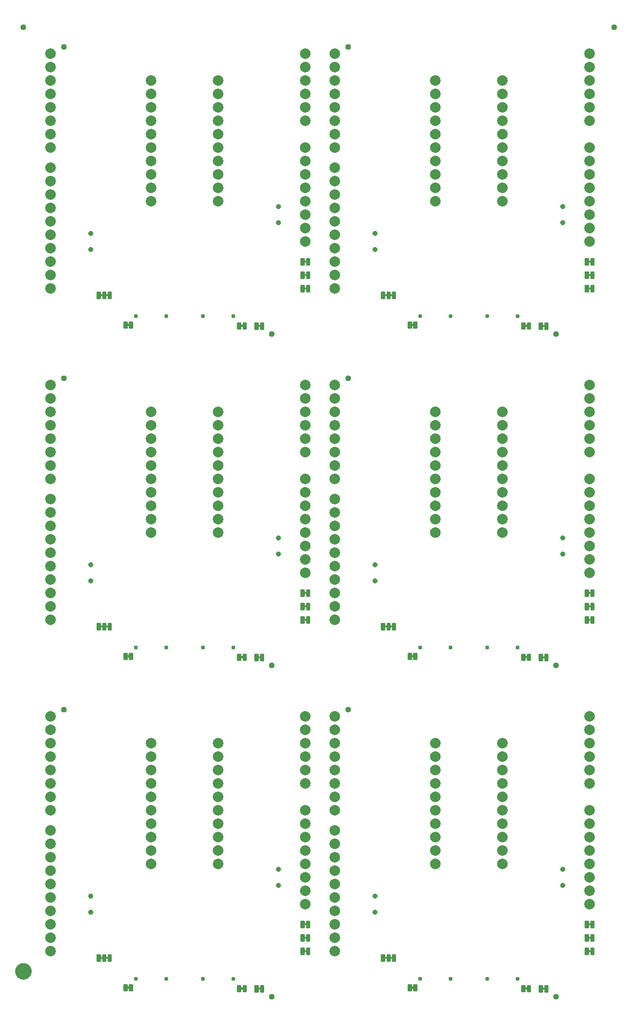
<source format=gbs>
G04 EAGLE Gerber RS-274X export*
G75*
%MOMM*%
%FSLAX34Y34*%
%LPD*%
%INSoldermask Bottom*%
%IPPOS*%
%AMOC8*
5,1,8,0,0,1.08239X$1,22.5*%
G01*
%ADD10C,0.228344*%
%ADD11C,1.127000*%
%ADD12C,2.006600*%
%ADD13C,0.777000*%
%ADD14C,0.977000*%
%ADD15C,1.270000*%
%ADD16C,1.627000*%

G36*
X1048450Y1405267D02*
X1048450Y1405267D01*
X1048516Y1405269D01*
X1048559Y1405287D01*
X1048606Y1405295D01*
X1048663Y1405329D01*
X1048723Y1405354D01*
X1048758Y1405385D01*
X1048799Y1405410D01*
X1048841Y1405461D01*
X1048889Y1405505D01*
X1048911Y1405547D01*
X1048940Y1405584D01*
X1048961Y1405646D01*
X1048992Y1405705D01*
X1049000Y1405759D01*
X1049012Y1405796D01*
X1049011Y1405836D01*
X1049019Y1405890D01*
X1049019Y1408430D01*
X1049008Y1408495D01*
X1049006Y1408561D01*
X1048988Y1408604D01*
X1048980Y1408651D01*
X1048946Y1408708D01*
X1048921Y1408768D01*
X1048890Y1408803D01*
X1048865Y1408844D01*
X1048814Y1408886D01*
X1048770Y1408934D01*
X1048728Y1408956D01*
X1048691Y1408985D01*
X1048629Y1409006D01*
X1048570Y1409037D01*
X1048516Y1409045D01*
X1048479Y1409057D01*
X1048439Y1409056D01*
X1048385Y1409064D01*
X1044575Y1409064D01*
X1044510Y1409053D01*
X1044444Y1409051D01*
X1044401Y1409033D01*
X1044354Y1409025D01*
X1044297Y1408991D01*
X1044237Y1408966D01*
X1044202Y1408935D01*
X1044161Y1408910D01*
X1044120Y1408859D01*
X1044071Y1408815D01*
X1044049Y1408773D01*
X1044020Y1408736D01*
X1043999Y1408674D01*
X1043968Y1408615D01*
X1043960Y1408561D01*
X1043948Y1408524D01*
X1043948Y1408521D01*
X1043949Y1408484D01*
X1043941Y1408430D01*
X1043941Y1405890D01*
X1043952Y1405825D01*
X1043954Y1405759D01*
X1043972Y1405716D01*
X1043980Y1405669D01*
X1044014Y1405612D01*
X1044039Y1405552D01*
X1044070Y1405517D01*
X1044095Y1405476D01*
X1044146Y1405435D01*
X1044190Y1405386D01*
X1044232Y1405364D01*
X1044269Y1405335D01*
X1044331Y1405314D01*
X1044390Y1405283D01*
X1044444Y1405275D01*
X1044481Y1405263D01*
X1044521Y1405264D01*
X1044575Y1405256D01*
X1048385Y1405256D01*
X1048450Y1405267D01*
G37*
G36*
X509970Y1405267D02*
X509970Y1405267D01*
X510036Y1405269D01*
X510079Y1405287D01*
X510126Y1405295D01*
X510183Y1405329D01*
X510243Y1405354D01*
X510278Y1405385D01*
X510319Y1405410D01*
X510361Y1405461D01*
X510409Y1405505D01*
X510431Y1405547D01*
X510460Y1405584D01*
X510481Y1405646D01*
X510512Y1405705D01*
X510520Y1405759D01*
X510532Y1405796D01*
X510531Y1405836D01*
X510539Y1405890D01*
X510539Y1408430D01*
X510528Y1408495D01*
X510526Y1408561D01*
X510508Y1408604D01*
X510500Y1408651D01*
X510466Y1408708D01*
X510441Y1408768D01*
X510410Y1408803D01*
X510385Y1408844D01*
X510334Y1408886D01*
X510290Y1408934D01*
X510248Y1408956D01*
X510211Y1408985D01*
X510149Y1409006D01*
X510090Y1409037D01*
X510036Y1409045D01*
X509999Y1409057D01*
X509959Y1409056D01*
X509905Y1409064D01*
X506095Y1409064D01*
X506030Y1409053D01*
X505964Y1409051D01*
X505921Y1409033D01*
X505874Y1409025D01*
X505817Y1408991D01*
X505757Y1408966D01*
X505722Y1408935D01*
X505681Y1408910D01*
X505640Y1408859D01*
X505591Y1408815D01*
X505569Y1408773D01*
X505540Y1408736D01*
X505519Y1408674D01*
X505488Y1408615D01*
X505480Y1408561D01*
X505468Y1408524D01*
X505468Y1408521D01*
X505469Y1408484D01*
X505461Y1408430D01*
X505461Y1405890D01*
X505472Y1405825D01*
X505474Y1405759D01*
X505492Y1405716D01*
X505500Y1405669D01*
X505534Y1405612D01*
X505559Y1405552D01*
X505590Y1405517D01*
X505615Y1405476D01*
X505666Y1405435D01*
X505710Y1405386D01*
X505752Y1405364D01*
X505789Y1405335D01*
X505851Y1405314D01*
X505910Y1405283D01*
X505964Y1405275D01*
X506001Y1405263D01*
X506041Y1405264D01*
X506095Y1405256D01*
X509905Y1405256D01*
X509970Y1405267D01*
G37*
G36*
X1048450Y1379867D02*
X1048450Y1379867D01*
X1048516Y1379869D01*
X1048559Y1379887D01*
X1048606Y1379895D01*
X1048663Y1379929D01*
X1048723Y1379954D01*
X1048758Y1379985D01*
X1048799Y1380010D01*
X1048841Y1380061D01*
X1048889Y1380105D01*
X1048911Y1380147D01*
X1048940Y1380184D01*
X1048961Y1380246D01*
X1048992Y1380305D01*
X1049000Y1380359D01*
X1049012Y1380396D01*
X1049011Y1380436D01*
X1049019Y1380490D01*
X1049019Y1383030D01*
X1049008Y1383095D01*
X1049006Y1383161D01*
X1048988Y1383204D01*
X1048980Y1383251D01*
X1048946Y1383308D01*
X1048921Y1383368D01*
X1048890Y1383403D01*
X1048865Y1383444D01*
X1048814Y1383486D01*
X1048770Y1383534D01*
X1048728Y1383556D01*
X1048691Y1383585D01*
X1048629Y1383606D01*
X1048570Y1383637D01*
X1048516Y1383645D01*
X1048479Y1383657D01*
X1048439Y1383656D01*
X1048385Y1383664D01*
X1044575Y1383664D01*
X1044510Y1383653D01*
X1044444Y1383651D01*
X1044401Y1383633D01*
X1044354Y1383625D01*
X1044297Y1383591D01*
X1044237Y1383566D01*
X1044202Y1383535D01*
X1044161Y1383510D01*
X1044120Y1383459D01*
X1044071Y1383415D01*
X1044049Y1383373D01*
X1044020Y1383336D01*
X1043999Y1383274D01*
X1043968Y1383215D01*
X1043960Y1383161D01*
X1043948Y1383124D01*
X1043948Y1383121D01*
X1043949Y1383084D01*
X1043941Y1383030D01*
X1043941Y1380490D01*
X1043952Y1380425D01*
X1043954Y1380359D01*
X1043972Y1380316D01*
X1043980Y1380269D01*
X1044014Y1380212D01*
X1044039Y1380152D01*
X1044070Y1380117D01*
X1044095Y1380076D01*
X1044146Y1380035D01*
X1044190Y1379986D01*
X1044232Y1379964D01*
X1044269Y1379935D01*
X1044331Y1379914D01*
X1044390Y1379883D01*
X1044444Y1379875D01*
X1044481Y1379863D01*
X1044521Y1379864D01*
X1044575Y1379856D01*
X1048385Y1379856D01*
X1048450Y1379867D01*
G37*
G36*
X509970Y1379867D02*
X509970Y1379867D01*
X510036Y1379869D01*
X510079Y1379887D01*
X510126Y1379895D01*
X510183Y1379929D01*
X510243Y1379954D01*
X510278Y1379985D01*
X510319Y1380010D01*
X510361Y1380061D01*
X510409Y1380105D01*
X510431Y1380147D01*
X510460Y1380184D01*
X510481Y1380246D01*
X510512Y1380305D01*
X510520Y1380359D01*
X510532Y1380396D01*
X510531Y1380436D01*
X510539Y1380490D01*
X510539Y1383030D01*
X510528Y1383095D01*
X510526Y1383161D01*
X510508Y1383204D01*
X510500Y1383251D01*
X510466Y1383308D01*
X510441Y1383368D01*
X510410Y1383403D01*
X510385Y1383444D01*
X510334Y1383486D01*
X510290Y1383534D01*
X510248Y1383556D01*
X510211Y1383585D01*
X510149Y1383606D01*
X510090Y1383637D01*
X510036Y1383645D01*
X509999Y1383657D01*
X509959Y1383656D01*
X509905Y1383664D01*
X506095Y1383664D01*
X506030Y1383653D01*
X505964Y1383651D01*
X505921Y1383633D01*
X505874Y1383625D01*
X505817Y1383591D01*
X505757Y1383566D01*
X505722Y1383535D01*
X505681Y1383510D01*
X505640Y1383459D01*
X505591Y1383415D01*
X505569Y1383373D01*
X505540Y1383336D01*
X505519Y1383274D01*
X505488Y1383215D01*
X505480Y1383161D01*
X505468Y1383124D01*
X505468Y1383121D01*
X505469Y1383084D01*
X505461Y1383030D01*
X505461Y1380490D01*
X505472Y1380425D01*
X505474Y1380359D01*
X505492Y1380316D01*
X505500Y1380269D01*
X505534Y1380212D01*
X505559Y1380152D01*
X505590Y1380117D01*
X505615Y1380076D01*
X505666Y1380035D01*
X505710Y1379986D01*
X505752Y1379964D01*
X505789Y1379935D01*
X505851Y1379914D01*
X505910Y1379883D01*
X505964Y1379875D01*
X506001Y1379863D01*
X506041Y1379864D01*
X506095Y1379856D01*
X509905Y1379856D01*
X509970Y1379867D01*
G37*
G36*
X1048450Y1354467D02*
X1048450Y1354467D01*
X1048516Y1354469D01*
X1048559Y1354487D01*
X1048606Y1354495D01*
X1048663Y1354529D01*
X1048723Y1354554D01*
X1048758Y1354585D01*
X1048799Y1354610D01*
X1048841Y1354661D01*
X1048889Y1354705D01*
X1048911Y1354747D01*
X1048940Y1354784D01*
X1048961Y1354846D01*
X1048992Y1354905D01*
X1049000Y1354959D01*
X1049012Y1354996D01*
X1049011Y1355036D01*
X1049019Y1355090D01*
X1049019Y1357630D01*
X1049008Y1357695D01*
X1049006Y1357761D01*
X1048988Y1357804D01*
X1048980Y1357851D01*
X1048946Y1357908D01*
X1048921Y1357968D01*
X1048890Y1358003D01*
X1048865Y1358044D01*
X1048814Y1358086D01*
X1048770Y1358134D01*
X1048728Y1358156D01*
X1048691Y1358185D01*
X1048629Y1358206D01*
X1048570Y1358237D01*
X1048516Y1358245D01*
X1048479Y1358257D01*
X1048439Y1358256D01*
X1048385Y1358264D01*
X1044575Y1358264D01*
X1044510Y1358253D01*
X1044444Y1358251D01*
X1044401Y1358233D01*
X1044354Y1358225D01*
X1044297Y1358191D01*
X1044237Y1358166D01*
X1044202Y1358135D01*
X1044161Y1358110D01*
X1044120Y1358059D01*
X1044071Y1358015D01*
X1044049Y1357973D01*
X1044020Y1357936D01*
X1043999Y1357874D01*
X1043968Y1357815D01*
X1043960Y1357761D01*
X1043948Y1357724D01*
X1043948Y1357721D01*
X1043949Y1357684D01*
X1043941Y1357630D01*
X1043941Y1355090D01*
X1043952Y1355025D01*
X1043954Y1354959D01*
X1043972Y1354916D01*
X1043980Y1354869D01*
X1044014Y1354812D01*
X1044039Y1354752D01*
X1044070Y1354717D01*
X1044095Y1354676D01*
X1044146Y1354635D01*
X1044190Y1354586D01*
X1044232Y1354564D01*
X1044269Y1354535D01*
X1044331Y1354514D01*
X1044390Y1354483D01*
X1044444Y1354475D01*
X1044481Y1354463D01*
X1044521Y1354464D01*
X1044575Y1354456D01*
X1048385Y1354456D01*
X1048450Y1354467D01*
G37*
G36*
X509970Y1354467D02*
X509970Y1354467D01*
X510036Y1354469D01*
X510079Y1354487D01*
X510126Y1354495D01*
X510183Y1354529D01*
X510243Y1354554D01*
X510278Y1354585D01*
X510319Y1354610D01*
X510361Y1354661D01*
X510409Y1354705D01*
X510431Y1354747D01*
X510460Y1354784D01*
X510481Y1354846D01*
X510512Y1354905D01*
X510520Y1354959D01*
X510532Y1354996D01*
X510531Y1355036D01*
X510539Y1355090D01*
X510539Y1357630D01*
X510528Y1357695D01*
X510526Y1357761D01*
X510508Y1357804D01*
X510500Y1357851D01*
X510466Y1357908D01*
X510441Y1357968D01*
X510410Y1358003D01*
X510385Y1358044D01*
X510334Y1358086D01*
X510290Y1358134D01*
X510248Y1358156D01*
X510211Y1358185D01*
X510149Y1358206D01*
X510090Y1358237D01*
X510036Y1358245D01*
X509999Y1358257D01*
X509959Y1358256D01*
X509905Y1358264D01*
X506095Y1358264D01*
X506030Y1358253D01*
X505964Y1358251D01*
X505921Y1358233D01*
X505874Y1358225D01*
X505817Y1358191D01*
X505757Y1358166D01*
X505722Y1358135D01*
X505681Y1358110D01*
X505640Y1358059D01*
X505591Y1358015D01*
X505569Y1357973D01*
X505540Y1357936D01*
X505519Y1357874D01*
X505488Y1357815D01*
X505480Y1357761D01*
X505468Y1357724D01*
X505468Y1357721D01*
X505469Y1357684D01*
X505461Y1357630D01*
X505461Y1355090D01*
X505472Y1355025D01*
X505474Y1354959D01*
X505492Y1354916D01*
X505500Y1354869D01*
X505534Y1354812D01*
X505559Y1354752D01*
X505590Y1354717D01*
X505615Y1354676D01*
X505666Y1354635D01*
X505710Y1354586D01*
X505752Y1354564D01*
X505789Y1354535D01*
X505851Y1354514D01*
X505910Y1354483D01*
X505964Y1354475D01*
X506001Y1354463D01*
X506041Y1354464D01*
X506095Y1354456D01*
X509905Y1354456D01*
X509970Y1354467D01*
G37*
G36*
X672530Y1341767D02*
X672530Y1341767D01*
X672596Y1341769D01*
X672639Y1341787D01*
X672686Y1341795D01*
X672743Y1341829D01*
X672803Y1341854D01*
X672838Y1341885D01*
X672879Y1341910D01*
X672921Y1341961D01*
X672969Y1342005D01*
X672991Y1342047D01*
X673020Y1342084D01*
X673041Y1342146D01*
X673072Y1342205D01*
X673080Y1342259D01*
X673092Y1342296D01*
X673091Y1342336D01*
X673099Y1342390D01*
X673099Y1344930D01*
X673088Y1344995D01*
X673086Y1345061D01*
X673068Y1345104D01*
X673060Y1345151D01*
X673026Y1345208D01*
X673001Y1345268D01*
X672970Y1345303D01*
X672945Y1345344D01*
X672894Y1345386D01*
X672850Y1345434D01*
X672808Y1345456D01*
X672771Y1345485D01*
X672709Y1345506D01*
X672650Y1345537D01*
X672596Y1345545D01*
X672559Y1345557D01*
X672519Y1345556D01*
X672465Y1345564D01*
X668655Y1345564D01*
X668590Y1345553D01*
X668524Y1345551D01*
X668481Y1345533D01*
X668434Y1345525D01*
X668377Y1345491D01*
X668317Y1345466D01*
X668282Y1345435D01*
X668241Y1345410D01*
X668200Y1345359D01*
X668151Y1345315D01*
X668129Y1345273D01*
X668100Y1345236D01*
X668079Y1345174D01*
X668048Y1345115D01*
X668040Y1345061D01*
X668028Y1345024D01*
X668028Y1345021D01*
X668029Y1344984D01*
X668021Y1344930D01*
X668021Y1342390D01*
X668032Y1342325D01*
X668034Y1342259D01*
X668052Y1342216D01*
X668060Y1342169D01*
X668094Y1342112D01*
X668119Y1342052D01*
X668150Y1342017D01*
X668175Y1341976D01*
X668226Y1341935D01*
X668270Y1341886D01*
X668312Y1341864D01*
X668349Y1341835D01*
X668411Y1341814D01*
X668470Y1341783D01*
X668524Y1341775D01*
X668561Y1341763D01*
X668601Y1341764D01*
X668655Y1341756D01*
X672465Y1341756D01*
X672530Y1341767D01*
G37*
G36*
X134050Y1341767D02*
X134050Y1341767D01*
X134116Y1341769D01*
X134159Y1341787D01*
X134206Y1341795D01*
X134263Y1341829D01*
X134323Y1341854D01*
X134358Y1341885D01*
X134399Y1341910D01*
X134441Y1341961D01*
X134489Y1342005D01*
X134511Y1342047D01*
X134540Y1342084D01*
X134561Y1342146D01*
X134592Y1342205D01*
X134600Y1342259D01*
X134612Y1342296D01*
X134611Y1342336D01*
X134619Y1342390D01*
X134619Y1344930D01*
X134608Y1344995D01*
X134606Y1345061D01*
X134588Y1345104D01*
X134580Y1345151D01*
X134546Y1345208D01*
X134521Y1345268D01*
X134490Y1345303D01*
X134465Y1345344D01*
X134414Y1345386D01*
X134370Y1345434D01*
X134328Y1345456D01*
X134291Y1345485D01*
X134229Y1345506D01*
X134170Y1345537D01*
X134116Y1345545D01*
X134079Y1345557D01*
X134039Y1345556D01*
X133985Y1345564D01*
X130175Y1345564D01*
X130110Y1345553D01*
X130044Y1345551D01*
X130001Y1345533D01*
X129954Y1345525D01*
X129897Y1345491D01*
X129837Y1345466D01*
X129802Y1345435D01*
X129761Y1345410D01*
X129720Y1345359D01*
X129671Y1345315D01*
X129649Y1345273D01*
X129620Y1345236D01*
X129599Y1345174D01*
X129568Y1345115D01*
X129560Y1345061D01*
X129548Y1345024D01*
X129548Y1345021D01*
X129549Y1344984D01*
X129541Y1344930D01*
X129541Y1342390D01*
X129552Y1342325D01*
X129554Y1342259D01*
X129572Y1342216D01*
X129580Y1342169D01*
X129614Y1342112D01*
X129639Y1342052D01*
X129670Y1342017D01*
X129695Y1341976D01*
X129746Y1341935D01*
X129790Y1341886D01*
X129832Y1341864D01*
X129869Y1341835D01*
X129931Y1341814D01*
X129990Y1341783D01*
X130044Y1341775D01*
X130081Y1341763D01*
X130121Y1341764D01*
X130175Y1341756D01*
X133985Y1341756D01*
X134050Y1341767D01*
G37*
G36*
X123890Y1341767D02*
X123890Y1341767D01*
X123956Y1341769D01*
X123999Y1341787D01*
X124046Y1341795D01*
X124103Y1341829D01*
X124163Y1341854D01*
X124198Y1341885D01*
X124239Y1341910D01*
X124281Y1341961D01*
X124329Y1342005D01*
X124351Y1342047D01*
X124380Y1342084D01*
X124401Y1342146D01*
X124432Y1342205D01*
X124440Y1342259D01*
X124452Y1342296D01*
X124451Y1342336D01*
X124459Y1342390D01*
X124459Y1344930D01*
X124448Y1344995D01*
X124446Y1345061D01*
X124428Y1345104D01*
X124420Y1345151D01*
X124386Y1345208D01*
X124361Y1345268D01*
X124330Y1345303D01*
X124305Y1345344D01*
X124254Y1345386D01*
X124210Y1345434D01*
X124168Y1345456D01*
X124131Y1345485D01*
X124069Y1345506D01*
X124010Y1345537D01*
X123956Y1345545D01*
X123919Y1345557D01*
X123879Y1345556D01*
X123825Y1345564D01*
X120015Y1345564D01*
X119950Y1345553D01*
X119884Y1345551D01*
X119841Y1345533D01*
X119794Y1345525D01*
X119737Y1345491D01*
X119677Y1345466D01*
X119642Y1345435D01*
X119601Y1345410D01*
X119560Y1345359D01*
X119511Y1345315D01*
X119489Y1345273D01*
X119460Y1345236D01*
X119439Y1345174D01*
X119408Y1345115D01*
X119400Y1345061D01*
X119388Y1345024D01*
X119388Y1345021D01*
X119389Y1344984D01*
X119381Y1344930D01*
X119381Y1342390D01*
X119392Y1342325D01*
X119394Y1342259D01*
X119412Y1342216D01*
X119420Y1342169D01*
X119454Y1342112D01*
X119479Y1342052D01*
X119510Y1342017D01*
X119535Y1341976D01*
X119586Y1341935D01*
X119630Y1341886D01*
X119672Y1341864D01*
X119709Y1341835D01*
X119771Y1341814D01*
X119830Y1341783D01*
X119884Y1341775D01*
X119921Y1341763D01*
X119961Y1341764D01*
X120015Y1341756D01*
X123825Y1341756D01*
X123890Y1341767D01*
G37*
G36*
X662370Y1341767D02*
X662370Y1341767D01*
X662436Y1341769D01*
X662479Y1341787D01*
X662526Y1341795D01*
X662583Y1341829D01*
X662643Y1341854D01*
X662678Y1341885D01*
X662719Y1341910D01*
X662761Y1341961D01*
X662809Y1342005D01*
X662831Y1342047D01*
X662860Y1342084D01*
X662881Y1342146D01*
X662912Y1342205D01*
X662920Y1342259D01*
X662932Y1342296D01*
X662931Y1342336D01*
X662939Y1342390D01*
X662939Y1344930D01*
X662928Y1344995D01*
X662926Y1345061D01*
X662908Y1345104D01*
X662900Y1345151D01*
X662866Y1345208D01*
X662841Y1345268D01*
X662810Y1345303D01*
X662785Y1345344D01*
X662734Y1345386D01*
X662690Y1345434D01*
X662648Y1345456D01*
X662611Y1345485D01*
X662549Y1345506D01*
X662490Y1345537D01*
X662436Y1345545D01*
X662399Y1345557D01*
X662359Y1345556D01*
X662305Y1345564D01*
X658495Y1345564D01*
X658430Y1345553D01*
X658364Y1345551D01*
X658321Y1345533D01*
X658274Y1345525D01*
X658217Y1345491D01*
X658157Y1345466D01*
X658122Y1345435D01*
X658081Y1345410D01*
X658040Y1345359D01*
X657991Y1345315D01*
X657969Y1345273D01*
X657940Y1345236D01*
X657919Y1345174D01*
X657888Y1345115D01*
X657880Y1345061D01*
X657868Y1345024D01*
X657868Y1345021D01*
X657869Y1344984D01*
X657861Y1344930D01*
X657861Y1342390D01*
X657872Y1342325D01*
X657874Y1342259D01*
X657892Y1342216D01*
X657900Y1342169D01*
X657934Y1342112D01*
X657959Y1342052D01*
X657990Y1342017D01*
X658015Y1341976D01*
X658066Y1341935D01*
X658110Y1341886D01*
X658152Y1341864D01*
X658189Y1341835D01*
X658251Y1341814D01*
X658310Y1341783D01*
X658364Y1341775D01*
X658401Y1341763D01*
X658441Y1341764D01*
X658495Y1341756D01*
X662305Y1341756D01*
X662370Y1341767D01*
G37*
G36*
X712916Y1285379D02*
X712916Y1285379D01*
X712982Y1285381D01*
X713025Y1285399D01*
X713072Y1285407D01*
X713129Y1285441D01*
X713189Y1285466D01*
X713224Y1285497D01*
X713265Y1285522D01*
X713307Y1285573D01*
X713355Y1285617D01*
X713377Y1285659D01*
X713406Y1285696D01*
X713427Y1285758D01*
X713458Y1285817D01*
X713466Y1285871D01*
X713478Y1285908D01*
X713477Y1285948D01*
X713485Y1286002D01*
X713485Y1288542D01*
X713474Y1288607D01*
X713472Y1288673D01*
X713454Y1288716D01*
X713446Y1288763D01*
X713412Y1288820D01*
X713387Y1288880D01*
X713356Y1288915D01*
X713331Y1288956D01*
X713280Y1288998D01*
X713236Y1289046D01*
X713194Y1289068D01*
X713157Y1289097D01*
X713095Y1289118D01*
X713036Y1289149D01*
X712982Y1289157D01*
X712945Y1289169D01*
X712905Y1289168D01*
X712851Y1289176D01*
X709041Y1289176D01*
X708976Y1289165D01*
X708910Y1289163D01*
X708867Y1289145D01*
X708820Y1289137D01*
X708763Y1289103D01*
X708703Y1289078D01*
X708668Y1289047D01*
X708627Y1289022D01*
X708586Y1288971D01*
X708537Y1288927D01*
X708515Y1288885D01*
X708486Y1288848D01*
X708465Y1288786D01*
X708434Y1288727D01*
X708426Y1288673D01*
X708414Y1288636D01*
X708414Y1288633D01*
X708415Y1288596D01*
X708407Y1288542D01*
X708407Y1286002D01*
X708418Y1285937D01*
X708420Y1285871D01*
X708438Y1285828D01*
X708446Y1285781D01*
X708480Y1285724D01*
X708505Y1285664D01*
X708536Y1285629D01*
X708561Y1285588D01*
X708612Y1285547D01*
X708656Y1285498D01*
X708698Y1285476D01*
X708735Y1285447D01*
X708797Y1285426D01*
X708856Y1285395D01*
X708910Y1285387D01*
X708947Y1285375D01*
X708987Y1285376D01*
X709041Y1285368D01*
X712851Y1285368D01*
X712916Y1285379D01*
G37*
G36*
X174436Y1285379D02*
X174436Y1285379D01*
X174502Y1285381D01*
X174545Y1285399D01*
X174592Y1285407D01*
X174649Y1285441D01*
X174709Y1285466D01*
X174744Y1285497D01*
X174785Y1285522D01*
X174827Y1285573D01*
X174875Y1285617D01*
X174897Y1285659D01*
X174926Y1285696D01*
X174947Y1285758D01*
X174978Y1285817D01*
X174986Y1285871D01*
X174998Y1285908D01*
X174997Y1285948D01*
X175005Y1286002D01*
X175005Y1288542D01*
X174994Y1288607D01*
X174992Y1288673D01*
X174974Y1288716D01*
X174966Y1288763D01*
X174932Y1288820D01*
X174907Y1288880D01*
X174876Y1288915D01*
X174851Y1288956D01*
X174800Y1288998D01*
X174756Y1289046D01*
X174714Y1289068D01*
X174677Y1289097D01*
X174615Y1289118D01*
X174556Y1289149D01*
X174502Y1289157D01*
X174465Y1289169D01*
X174425Y1289168D01*
X174371Y1289176D01*
X170561Y1289176D01*
X170496Y1289165D01*
X170430Y1289163D01*
X170387Y1289145D01*
X170340Y1289137D01*
X170283Y1289103D01*
X170223Y1289078D01*
X170188Y1289047D01*
X170147Y1289022D01*
X170106Y1288971D01*
X170057Y1288927D01*
X170035Y1288885D01*
X170006Y1288848D01*
X169985Y1288786D01*
X169954Y1288727D01*
X169946Y1288673D01*
X169934Y1288636D01*
X169934Y1288633D01*
X169935Y1288596D01*
X169927Y1288542D01*
X169927Y1286002D01*
X169938Y1285937D01*
X169940Y1285871D01*
X169958Y1285828D01*
X169966Y1285781D01*
X170000Y1285724D01*
X170025Y1285664D01*
X170056Y1285629D01*
X170081Y1285588D01*
X170132Y1285547D01*
X170176Y1285498D01*
X170218Y1285476D01*
X170255Y1285447D01*
X170317Y1285426D01*
X170376Y1285395D01*
X170430Y1285387D01*
X170467Y1285375D01*
X170507Y1285376D01*
X170561Y1285368D01*
X174371Y1285368D01*
X174436Y1285379D01*
G37*
G36*
X928054Y1283601D02*
X928054Y1283601D01*
X928120Y1283603D01*
X928163Y1283621D01*
X928210Y1283629D01*
X928267Y1283663D01*
X928327Y1283688D01*
X928362Y1283719D01*
X928403Y1283744D01*
X928445Y1283795D01*
X928493Y1283839D01*
X928515Y1283881D01*
X928544Y1283918D01*
X928565Y1283980D01*
X928596Y1284039D01*
X928604Y1284093D01*
X928616Y1284130D01*
X928615Y1284170D01*
X928623Y1284224D01*
X928623Y1286764D01*
X928612Y1286829D01*
X928610Y1286895D01*
X928592Y1286938D01*
X928584Y1286985D01*
X928550Y1287042D01*
X928525Y1287102D01*
X928494Y1287137D01*
X928469Y1287178D01*
X928418Y1287220D01*
X928374Y1287268D01*
X928332Y1287290D01*
X928295Y1287319D01*
X928233Y1287340D01*
X928174Y1287371D01*
X928120Y1287379D01*
X928083Y1287391D01*
X928043Y1287390D01*
X927989Y1287398D01*
X924179Y1287398D01*
X924114Y1287387D01*
X924048Y1287385D01*
X924005Y1287367D01*
X923958Y1287359D01*
X923901Y1287325D01*
X923841Y1287300D01*
X923806Y1287269D01*
X923765Y1287244D01*
X923724Y1287193D01*
X923675Y1287149D01*
X923653Y1287107D01*
X923624Y1287070D01*
X923603Y1287008D01*
X923572Y1286949D01*
X923564Y1286895D01*
X923552Y1286858D01*
X923552Y1286855D01*
X923553Y1286818D01*
X923545Y1286764D01*
X923545Y1284224D01*
X923556Y1284159D01*
X923558Y1284093D01*
X923576Y1284050D01*
X923584Y1284003D01*
X923618Y1283946D01*
X923643Y1283886D01*
X923674Y1283851D01*
X923699Y1283810D01*
X923750Y1283769D01*
X923794Y1283720D01*
X923836Y1283698D01*
X923873Y1283669D01*
X923935Y1283648D01*
X923994Y1283617D01*
X924048Y1283609D01*
X924085Y1283597D01*
X924125Y1283598D01*
X924179Y1283590D01*
X927989Y1283590D01*
X928054Y1283601D01*
G37*
G36*
X389574Y1283601D02*
X389574Y1283601D01*
X389640Y1283603D01*
X389683Y1283621D01*
X389730Y1283629D01*
X389787Y1283663D01*
X389847Y1283688D01*
X389882Y1283719D01*
X389923Y1283744D01*
X389965Y1283795D01*
X390013Y1283839D01*
X390035Y1283881D01*
X390064Y1283918D01*
X390085Y1283980D01*
X390116Y1284039D01*
X390124Y1284093D01*
X390136Y1284130D01*
X390135Y1284170D01*
X390143Y1284224D01*
X390143Y1286764D01*
X390132Y1286829D01*
X390130Y1286895D01*
X390112Y1286938D01*
X390104Y1286985D01*
X390070Y1287042D01*
X390045Y1287102D01*
X390014Y1287137D01*
X389989Y1287178D01*
X389938Y1287220D01*
X389894Y1287268D01*
X389852Y1287290D01*
X389815Y1287319D01*
X389753Y1287340D01*
X389694Y1287371D01*
X389640Y1287379D01*
X389603Y1287391D01*
X389563Y1287390D01*
X389509Y1287398D01*
X385699Y1287398D01*
X385634Y1287387D01*
X385568Y1287385D01*
X385525Y1287367D01*
X385478Y1287359D01*
X385421Y1287325D01*
X385361Y1287300D01*
X385326Y1287269D01*
X385285Y1287244D01*
X385244Y1287193D01*
X385195Y1287149D01*
X385173Y1287107D01*
X385144Y1287070D01*
X385123Y1287008D01*
X385092Y1286949D01*
X385084Y1286895D01*
X385072Y1286858D01*
X385072Y1286855D01*
X385073Y1286818D01*
X385065Y1286764D01*
X385065Y1284224D01*
X385076Y1284159D01*
X385078Y1284093D01*
X385096Y1284050D01*
X385104Y1284003D01*
X385138Y1283946D01*
X385163Y1283886D01*
X385194Y1283851D01*
X385219Y1283810D01*
X385270Y1283769D01*
X385314Y1283720D01*
X385356Y1283698D01*
X385393Y1283669D01*
X385455Y1283648D01*
X385514Y1283617D01*
X385568Y1283609D01*
X385605Y1283597D01*
X385645Y1283598D01*
X385699Y1283590D01*
X389509Y1283590D01*
X389574Y1283601D01*
G37*
G36*
X422594Y1283347D02*
X422594Y1283347D01*
X422660Y1283349D01*
X422703Y1283367D01*
X422750Y1283375D01*
X422807Y1283409D01*
X422867Y1283434D01*
X422902Y1283465D01*
X422943Y1283490D01*
X422985Y1283541D01*
X423033Y1283585D01*
X423055Y1283627D01*
X423084Y1283664D01*
X423105Y1283726D01*
X423136Y1283785D01*
X423144Y1283839D01*
X423156Y1283876D01*
X423155Y1283916D01*
X423163Y1283970D01*
X423163Y1286510D01*
X423152Y1286575D01*
X423150Y1286641D01*
X423132Y1286684D01*
X423124Y1286731D01*
X423090Y1286788D01*
X423065Y1286848D01*
X423034Y1286883D01*
X423009Y1286924D01*
X422958Y1286966D01*
X422914Y1287014D01*
X422872Y1287036D01*
X422835Y1287065D01*
X422773Y1287086D01*
X422714Y1287117D01*
X422660Y1287125D01*
X422623Y1287137D01*
X422583Y1287136D01*
X422529Y1287144D01*
X418719Y1287144D01*
X418654Y1287133D01*
X418588Y1287131D01*
X418545Y1287113D01*
X418498Y1287105D01*
X418441Y1287071D01*
X418381Y1287046D01*
X418346Y1287015D01*
X418305Y1286990D01*
X418264Y1286939D01*
X418215Y1286895D01*
X418193Y1286853D01*
X418164Y1286816D01*
X418143Y1286754D01*
X418112Y1286695D01*
X418104Y1286641D01*
X418092Y1286604D01*
X418092Y1286601D01*
X418093Y1286564D01*
X418085Y1286510D01*
X418085Y1283970D01*
X418096Y1283905D01*
X418098Y1283839D01*
X418116Y1283796D01*
X418124Y1283749D01*
X418158Y1283692D01*
X418183Y1283632D01*
X418214Y1283597D01*
X418239Y1283556D01*
X418290Y1283515D01*
X418334Y1283466D01*
X418376Y1283444D01*
X418413Y1283415D01*
X418475Y1283394D01*
X418534Y1283363D01*
X418588Y1283355D01*
X418625Y1283343D01*
X418665Y1283344D01*
X418719Y1283336D01*
X422529Y1283336D01*
X422594Y1283347D01*
G37*
G36*
X961074Y1283347D02*
X961074Y1283347D01*
X961140Y1283349D01*
X961183Y1283367D01*
X961230Y1283375D01*
X961287Y1283409D01*
X961347Y1283434D01*
X961382Y1283465D01*
X961423Y1283490D01*
X961465Y1283541D01*
X961513Y1283585D01*
X961535Y1283627D01*
X961564Y1283664D01*
X961585Y1283726D01*
X961616Y1283785D01*
X961624Y1283839D01*
X961636Y1283876D01*
X961635Y1283916D01*
X961643Y1283970D01*
X961643Y1286510D01*
X961632Y1286575D01*
X961630Y1286641D01*
X961612Y1286684D01*
X961604Y1286731D01*
X961570Y1286788D01*
X961545Y1286848D01*
X961514Y1286883D01*
X961489Y1286924D01*
X961438Y1286966D01*
X961394Y1287014D01*
X961352Y1287036D01*
X961315Y1287065D01*
X961253Y1287086D01*
X961194Y1287117D01*
X961140Y1287125D01*
X961103Y1287137D01*
X961063Y1287136D01*
X961009Y1287144D01*
X957199Y1287144D01*
X957134Y1287133D01*
X957068Y1287131D01*
X957025Y1287113D01*
X956978Y1287105D01*
X956921Y1287071D01*
X956861Y1287046D01*
X956826Y1287015D01*
X956785Y1286990D01*
X956744Y1286939D01*
X956695Y1286895D01*
X956673Y1286853D01*
X956644Y1286816D01*
X956623Y1286754D01*
X956592Y1286695D01*
X956584Y1286641D01*
X956572Y1286604D01*
X956572Y1286601D01*
X956573Y1286564D01*
X956565Y1286510D01*
X956565Y1283970D01*
X956576Y1283905D01*
X956578Y1283839D01*
X956596Y1283796D01*
X956604Y1283749D01*
X956638Y1283692D01*
X956663Y1283632D01*
X956694Y1283597D01*
X956719Y1283556D01*
X956770Y1283515D01*
X956814Y1283466D01*
X956856Y1283444D01*
X956893Y1283415D01*
X956955Y1283394D01*
X957014Y1283363D01*
X957068Y1283355D01*
X957105Y1283343D01*
X957145Y1283344D01*
X957199Y1283336D01*
X961009Y1283336D01*
X961074Y1283347D01*
G37*
G36*
X509970Y777887D02*
X509970Y777887D01*
X510036Y777889D01*
X510079Y777907D01*
X510126Y777915D01*
X510183Y777949D01*
X510243Y777974D01*
X510278Y778005D01*
X510319Y778030D01*
X510361Y778081D01*
X510409Y778125D01*
X510431Y778167D01*
X510460Y778204D01*
X510481Y778266D01*
X510512Y778325D01*
X510520Y778379D01*
X510532Y778416D01*
X510531Y778456D01*
X510539Y778510D01*
X510539Y781050D01*
X510528Y781115D01*
X510526Y781181D01*
X510508Y781224D01*
X510500Y781271D01*
X510466Y781328D01*
X510441Y781388D01*
X510410Y781423D01*
X510385Y781464D01*
X510334Y781506D01*
X510290Y781554D01*
X510248Y781576D01*
X510211Y781605D01*
X510149Y781626D01*
X510090Y781657D01*
X510036Y781665D01*
X509999Y781677D01*
X509959Y781676D01*
X509905Y781684D01*
X506095Y781684D01*
X506030Y781673D01*
X505964Y781671D01*
X505921Y781653D01*
X505874Y781645D01*
X505817Y781611D01*
X505757Y781586D01*
X505722Y781555D01*
X505681Y781530D01*
X505640Y781479D01*
X505591Y781435D01*
X505569Y781393D01*
X505540Y781356D01*
X505519Y781294D01*
X505488Y781235D01*
X505480Y781181D01*
X505468Y781144D01*
X505468Y781141D01*
X505469Y781104D01*
X505461Y781050D01*
X505461Y778510D01*
X505472Y778445D01*
X505474Y778379D01*
X505492Y778336D01*
X505500Y778289D01*
X505534Y778232D01*
X505559Y778172D01*
X505590Y778137D01*
X505615Y778096D01*
X505666Y778055D01*
X505710Y778006D01*
X505752Y777984D01*
X505789Y777955D01*
X505851Y777934D01*
X505910Y777903D01*
X505964Y777895D01*
X506001Y777883D01*
X506041Y777884D01*
X506095Y777876D01*
X509905Y777876D01*
X509970Y777887D01*
G37*
G36*
X1048450Y777887D02*
X1048450Y777887D01*
X1048516Y777889D01*
X1048559Y777907D01*
X1048606Y777915D01*
X1048663Y777949D01*
X1048723Y777974D01*
X1048758Y778005D01*
X1048799Y778030D01*
X1048841Y778081D01*
X1048889Y778125D01*
X1048911Y778167D01*
X1048940Y778204D01*
X1048961Y778266D01*
X1048992Y778325D01*
X1049000Y778379D01*
X1049012Y778416D01*
X1049011Y778456D01*
X1049019Y778510D01*
X1049019Y781050D01*
X1049008Y781115D01*
X1049006Y781181D01*
X1048988Y781224D01*
X1048980Y781271D01*
X1048946Y781328D01*
X1048921Y781388D01*
X1048890Y781423D01*
X1048865Y781464D01*
X1048814Y781506D01*
X1048770Y781554D01*
X1048728Y781576D01*
X1048691Y781605D01*
X1048629Y781626D01*
X1048570Y781657D01*
X1048516Y781665D01*
X1048479Y781677D01*
X1048439Y781676D01*
X1048385Y781684D01*
X1044575Y781684D01*
X1044510Y781673D01*
X1044444Y781671D01*
X1044401Y781653D01*
X1044354Y781645D01*
X1044297Y781611D01*
X1044237Y781586D01*
X1044202Y781555D01*
X1044161Y781530D01*
X1044120Y781479D01*
X1044071Y781435D01*
X1044049Y781393D01*
X1044020Y781356D01*
X1043999Y781294D01*
X1043968Y781235D01*
X1043960Y781181D01*
X1043948Y781144D01*
X1043948Y781141D01*
X1043949Y781104D01*
X1043941Y781050D01*
X1043941Y778510D01*
X1043952Y778445D01*
X1043954Y778379D01*
X1043972Y778336D01*
X1043980Y778289D01*
X1044014Y778232D01*
X1044039Y778172D01*
X1044070Y778137D01*
X1044095Y778096D01*
X1044146Y778055D01*
X1044190Y778006D01*
X1044232Y777984D01*
X1044269Y777955D01*
X1044331Y777934D01*
X1044390Y777903D01*
X1044444Y777895D01*
X1044481Y777883D01*
X1044521Y777884D01*
X1044575Y777876D01*
X1048385Y777876D01*
X1048450Y777887D01*
G37*
G36*
X509970Y752487D02*
X509970Y752487D01*
X510036Y752489D01*
X510079Y752507D01*
X510126Y752515D01*
X510183Y752549D01*
X510243Y752574D01*
X510278Y752605D01*
X510319Y752630D01*
X510361Y752681D01*
X510409Y752725D01*
X510431Y752767D01*
X510460Y752804D01*
X510481Y752866D01*
X510512Y752925D01*
X510520Y752979D01*
X510532Y753016D01*
X510531Y753056D01*
X510539Y753110D01*
X510539Y755650D01*
X510528Y755715D01*
X510526Y755781D01*
X510508Y755824D01*
X510500Y755871D01*
X510466Y755928D01*
X510441Y755988D01*
X510410Y756023D01*
X510385Y756064D01*
X510334Y756106D01*
X510290Y756154D01*
X510248Y756176D01*
X510211Y756205D01*
X510149Y756226D01*
X510090Y756257D01*
X510036Y756265D01*
X509999Y756277D01*
X509959Y756276D01*
X509905Y756284D01*
X506095Y756284D01*
X506030Y756273D01*
X505964Y756271D01*
X505921Y756253D01*
X505874Y756245D01*
X505817Y756211D01*
X505757Y756186D01*
X505722Y756155D01*
X505681Y756130D01*
X505640Y756079D01*
X505591Y756035D01*
X505569Y755993D01*
X505540Y755956D01*
X505519Y755894D01*
X505488Y755835D01*
X505480Y755781D01*
X505468Y755744D01*
X505468Y755741D01*
X505469Y755704D01*
X505461Y755650D01*
X505461Y753110D01*
X505472Y753045D01*
X505474Y752979D01*
X505492Y752936D01*
X505500Y752889D01*
X505534Y752832D01*
X505559Y752772D01*
X505590Y752737D01*
X505615Y752696D01*
X505666Y752655D01*
X505710Y752606D01*
X505752Y752584D01*
X505789Y752555D01*
X505851Y752534D01*
X505910Y752503D01*
X505964Y752495D01*
X506001Y752483D01*
X506041Y752484D01*
X506095Y752476D01*
X509905Y752476D01*
X509970Y752487D01*
G37*
G36*
X1048450Y752487D02*
X1048450Y752487D01*
X1048516Y752489D01*
X1048559Y752507D01*
X1048606Y752515D01*
X1048663Y752549D01*
X1048723Y752574D01*
X1048758Y752605D01*
X1048799Y752630D01*
X1048841Y752681D01*
X1048889Y752725D01*
X1048911Y752767D01*
X1048940Y752804D01*
X1048961Y752866D01*
X1048992Y752925D01*
X1049000Y752979D01*
X1049012Y753016D01*
X1049011Y753056D01*
X1049019Y753110D01*
X1049019Y755650D01*
X1049008Y755715D01*
X1049006Y755781D01*
X1048988Y755824D01*
X1048980Y755871D01*
X1048946Y755928D01*
X1048921Y755988D01*
X1048890Y756023D01*
X1048865Y756064D01*
X1048814Y756106D01*
X1048770Y756154D01*
X1048728Y756176D01*
X1048691Y756205D01*
X1048629Y756226D01*
X1048570Y756257D01*
X1048516Y756265D01*
X1048479Y756277D01*
X1048439Y756276D01*
X1048385Y756284D01*
X1044575Y756284D01*
X1044510Y756273D01*
X1044444Y756271D01*
X1044401Y756253D01*
X1044354Y756245D01*
X1044297Y756211D01*
X1044237Y756186D01*
X1044202Y756155D01*
X1044161Y756130D01*
X1044120Y756079D01*
X1044071Y756035D01*
X1044049Y755993D01*
X1044020Y755956D01*
X1043999Y755894D01*
X1043968Y755835D01*
X1043960Y755781D01*
X1043948Y755744D01*
X1043948Y755741D01*
X1043949Y755704D01*
X1043941Y755650D01*
X1043941Y753110D01*
X1043952Y753045D01*
X1043954Y752979D01*
X1043972Y752936D01*
X1043980Y752889D01*
X1044014Y752832D01*
X1044039Y752772D01*
X1044070Y752737D01*
X1044095Y752696D01*
X1044146Y752655D01*
X1044190Y752606D01*
X1044232Y752584D01*
X1044269Y752555D01*
X1044331Y752534D01*
X1044390Y752503D01*
X1044444Y752495D01*
X1044481Y752483D01*
X1044521Y752484D01*
X1044575Y752476D01*
X1048385Y752476D01*
X1048450Y752487D01*
G37*
G36*
X1048450Y727087D02*
X1048450Y727087D01*
X1048516Y727089D01*
X1048559Y727107D01*
X1048606Y727115D01*
X1048663Y727149D01*
X1048723Y727174D01*
X1048758Y727205D01*
X1048799Y727230D01*
X1048841Y727281D01*
X1048889Y727325D01*
X1048911Y727367D01*
X1048940Y727404D01*
X1048961Y727466D01*
X1048992Y727525D01*
X1049000Y727579D01*
X1049012Y727616D01*
X1049011Y727656D01*
X1049019Y727710D01*
X1049019Y730250D01*
X1049008Y730315D01*
X1049006Y730381D01*
X1048988Y730424D01*
X1048980Y730471D01*
X1048946Y730528D01*
X1048921Y730588D01*
X1048890Y730623D01*
X1048865Y730664D01*
X1048814Y730706D01*
X1048770Y730754D01*
X1048728Y730776D01*
X1048691Y730805D01*
X1048629Y730826D01*
X1048570Y730857D01*
X1048516Y730865D01*
X1048479Y730877D01*
X1048439Y730876D01*
X1048385Y730884D01*
X1044575Y730884D01*
X1044510Y730873D01*
X1044444Y730871D01*
X1044401Y730853D01*
X1044354Y730845D01*
X1044297Y730811D01*
X1044237Y730786D01*
X1044202Y730755D01*
X1044161Y730730D01*
X1044120Y730679D01*
X1044071Y730635D01*
X1044049Y730593D01*
X1044020Y730556D01*
X1043999Y730494D01*
X1043968Y730435D01*
X1043960Y730381D01*
X1043948Y730344D01*
X1043948Y730341D01*
X1043949Y730304D01*
X1043941Y730250D01*
X1043941Y727710D01*
X1043952Y727645D01*
X1043954Y727579D01*
X1043972Y727536D01*
X1043980Y727489D01*
X1044014Y727432D01*
X1044039Y727372D01*
X1044070Y727337D01*
X1044095Y727296D01*
X1044146Y727255D01*
X1044190Y727206D01*
X1044232Y727184D01*
X1044269Y727155D01*
X1044331Y727134D01*
X1044390Y727103D01*
X1044444Y727095D01*
X1044481Y727083D01*
X1044521Y727084D01*
X1044575Y727076D01*
X1048385Y727076D01*
X1048450Y727087D01*
G37*
G36*
X509970Y727087D02*
X509970Y727087D01*
X510036Y727089D01*
X510079Y727107D01*
X510126Y727115D01*
X510183Y727149D01*
X510243Y727174D01*
X510278Y727205D01*
X510319Y727230D01*
X510361Y727281D01*
X510409Y727325D01*
X510431Y727367D01*
X510460Y727404D01*
X510481Y727466D01*
X510512Y727525D01*
X510520Y727579D01*
X510532Y727616D01*
X510531Y727656D01*
X510539Y727710D01*
X510539Y730250D01*
X510528Y730315D01*
X510526Y730381D01*
X510508Y730424D01*
X510500Y730471D01*
X510466Y730528D01*
X510441Y730588D01*
X510410Y730623D01*
X510385Y730664D01*
X510334Y730706D01*
X510290Y730754D01*
X510248Y730776D01*
X510211Y730805D01*
X510149Y730826D01*
X510090Y730857D01*
X510036Y730865D01*
X509999Y730877D01*
X509959Y730876D01*
X509905Y730884D01*
X506095Y730884D01*
X506030Y730873D01*
X505964Y730871D01*
X505921Y730853D01*
X505874Y730845D01*
X505817Y730811D01*
X505757Y730786D01*
X505722Y730755D01*
X505681Y730730D01*
X505640Y730679D01*
X505591Y730635D01*
X505569Y730593D01*
X505540Y730556D01*
X505519Y730494D01*
X505488Y730435D01*
X505480Y730381D01*
X505468Y730344D01*
X505468Y730341D01*
X505469Y730304D01*
X505461Y730250D01*
X505461Y727710D01*
X505472Y727645D01*
X505474Y727579D01*
X505492Y727536D01*
X505500Y727489D01*
X505534Y727432D01*
X505559Y727372D01*
X505590Y727337D01*
X505615Y727296D01*
X505666Y727255D01*
X505710Y727206D01*
X505752Y727184D01*
X505789Y727155D01*
X505851Y727134D01*
X505910Y727103D01*
X505964Y727095D01*
X506001Y727083D01*
X506041Y727084D01*
X506095Y727076D01*
X509905Y727076D01*
X509970Y727087D01*
G37*
G36*
X134050Y714387D02*
X134050Y714387D01*
X134116Y714389D01*
X134159Y714407D01*
X134206Y714415D01*
X134263Y714449D01*
X134323Y714474D01*
X134358Y714505D01*
X134399Y714530D01*
X134441Y714581D01*
X134489Y714625D01*
X134511Y714667D01*
X134540Y714704D01*
X134561Y714766D01*
X134592Y714825D01*
X134600Y714879D01*
X134612Y714916D01*
X134611Y714956D01*
X134619Y715010D01*
X134619Y717550D01*
X134608Y717615D01*
X134606Y717681D01*
X134588Y717724D01*
X134580Y717771D01*
X134546Y717828D01*
X134521Y717888D01*
X134490Y717923D01*
X134465Y717964D01*
X134414Y718006D01*
X134370Y718054D01*
X134328Y718076D01*
X134291Y718105D01*
X134229Y718126D01*
X134170Y718157D01*
X134116Y718165D01*
X134079Y718177D01*
X134039Y718176D01*
X133985Y718184D01*
X130175Y718184D01*
X130110Y718173D01*
X130044Y718171D01*
X130001Y718153D01*
X129954Y718145D01*
X129897Y718111D01*
X129837Y718086D01*
X129802Y718055D01*
X129761Y718030D01*
X129720Y717979D01*
X129671Y717935D01*
X129649Y717893D01*
X129620Y717856D01*
X129599Y717794D01*
X129568Y717735D01*
X129560Y717681D01*
X129548Y717644D01*
X129548Y717641D01*
X129549Y717604D01*
X129541Y717550D01*
X129541Y715010D01*
X129552Y714945D01*
X129554Y714879D01*
X129572Y714836D01*
X129580Y714789D01*
X129614Y714732D01*
X129639Y714672D01*
X129670Y714637D01*
X129695Y714596D01*
X129746Y714555D01*
X129790Y714506D01*
X129832Y714484D01*
X129869Y714455D01*
X129931Y714434D01*
X129990Y714403D01*
X130044Y714395D01*
X130081Y714383D01*
X130121Y714384D01*
X130175Y714376D01*
X133985Y714376D01*
X134050Y714387D01*
G37*
G36*
X123890Y714387D02*
X123890Y714387D01*
X123956Y714389D01*
X123999Y714407D01*
X124046Y714415D01*
X124103Y714449D01*
X124163Y714474D01*
X124198Y714505D01*
X124239Y714530D01*
X124281Y714581D01*
X124329Y714625D01*
X124351Y714667D01*
X124380Y714704D01*
X124401Y714766D01*
X124432Y714825D01*
X124440Y714879D01*
X124452Y714916D01*
X124451Y714956D01*
X124459Y715010D01*
X124459Y717550D01*
X124448Y717615D01*
X124446Y717681D01*
X124428Y717724D01*
X124420Y717771D01*
X124386Y717828D01*
X124361Y717888D01*
X124330Y717923D01*
X124305Y717964D01*
X124254Y718006D01*
X124210Y718054D01*
X124168Y718076D01*
X124131Y718105D01*
X124069Y718126D01*
X124010Y718157D01*
X123956Y718165D01*
X123919Y718177D01*
X123879Y718176D01*
X123825Y718184D01*
X120015Y718184D01*
X119950Y718173D01*
X119884Y718171D01*
X119841Y718153D01*
X119794Y718145D01*
X119737Y718111D01*
X119677Y718086D01*
X119642Y718055D01*
X119601Y718030D01*
X119560Y717979D01*
X119511Y717935D01*
X119489Y717893D01*
X119460Y717856D01*
X119439Y717794D01*
X119408Y717735D01*
X119400Y717681D01*
X119388Y717644D01*
X119388Y717641D01*
X119389Y717604D01*
X119381Y717550D01*
X119381Y715010D01*
X119392Y714945D01*
X119394Y714879D01*
X119412Y714836D01*
X119420Y714789D01*
X119454Y714732D01*
X119479Y714672D01*
X119510Y714637D01*
X119535Y714596D01*
X119586Y714555D01*
X119630Y714506D01*
X119672Y714484D01*
X119709Y714455D01*
X119771Y714434D01*
X119830Y714403D01*
X119884Y714395D01*
X119921Y714383D01*
X119961Y714384D01*
X120015Y714376D01*
X123825Y714376D01*
X123890Y714387D01*
G37*
G36*
X672530Y714387D02*
X672530Y714387D01*
X672596Y714389D01*
X672639Y714407D01*
X672686Y714415D01*
X672743Y714449D01*
X672803Y714474D01*
X672838Y714505D01*
X672879Y714530D01*
X672921Y714581D01*
X672969Y714625D01*
X672991Y714667D01*
X673020Y714704D01*
X673041Y714766D01*
X673072Y714825D01*
X673080Y714879D01*
X673092Y714916D01*
X673091Y714956D01*
X673099Y715010D01*
X673099Y717550D01*
X673088Y717615D01*
X673086Y717681D01*
X673068Y717724D01*
X673060Y717771D01*
X673026Y717828D01*
X673001Y717888D01*
X672970Y717923D01*
X672945Y717964D01*
X672894Y718006D01*
X672850Y718054D01*
X672808Y718076D01*
X672771Y718105D01*
X672709Y718126D01*
X672650Y718157D01*
X672596Y718165D01*
X672559Y718177D01*
X672519Y718176D01*
X672465Y718184D01*
X668655Y718184D01*
X668590Y718173D01*
X668524Y718171D01*
X668481Y718153D01*
X668434Y718145D01*
X668377Y718111D01*
X668317Y718086D01*
X668282Y718055D01*
X668241Y718030D01*
X668200Y717979D01*
X668151Y717935D01*
X668129Y717893D01*
X668100Y717856D01*
X668079Y717794D01*
X668048Y717735D01*
X668040Y717681D01*
X668028Y717644D01*
X668028Y717641D01*
X668029Y717604D01*
X668021Y717550D01*
X668021Y715010D01*
X668032Y714945D01*
X668034Y714879D01*
X668052Y714836D01*
X668060Y714789D01*
X668094Y714732D01*
X668119Y714672D01*
X668150Y714637D01*
X668175Y714596D01*
X668226Y714555D01*
X668270Y714506D01*
X668312Y714484D01*
X668349Y714455D01*
X668411Y714434D01*
X668470Y714403D01*
X668524Y714395D01*
X668561Y714383D01*
X668601Y714384D01*
X668655Y714376D01*
X672465Y714376D01*
X672530Y714387D01*
G37*
G36*
X662370Y714387D02*
X662370Y714387D01*
X662436Y714389D01*
X662479Y714407D01*
X662526Y714415D01*
X662583Y714449D01*
X662643Y714474D01*
X662678Y714505D01*
X662719Y714530D01*
X662761Y714581D01*
X662809Y714625D01*
X662831Y714667D01*
X662860Y714704D01*
X662881Y714766D01*
X662912Y714825D01*
X662920Y714879D01*
X662932Y714916D01*
X662931Y714956D01*
X662939Y715010D01*
X662939Y717550D01*
X662928Y717615D01*
X662926Y717681D01*
X662908Y717724D01*
X662900Y717771D01*
X662866Y717828D01*
X662841Y717888D01*
X662810Y717923D01*
X662785Y717964D01*
X662734Y718006D01*
X662690Y718054D01*
X662648Y718076D01*
X662611Y718105D01*
X662549Y718126D01*
X662490Y718157D01*
X662436Y718165D01*
X662399Y718177D01*
X662359Y718176D01*
X662305Y718184D01*
X658495Y718184D01*
X658430Y718173D01*
X658364Y718171D01*
X658321Y718153D01*
X658274Y718145D01*
X658217Y718111D01*
X658157Y718086D01*
X658122Y718055D01*
X658081Y718030D01*
X658040Y717979D01*
X657991Y717935D01*
X657969Y717893D01*
X657940Y717856D01*
X657919Y717794D01*
X657888Y717735D01*
X657880Y717681D01*
X657868Y717644D01*
X657868Y717641D01*
X657869Y717604D01*
X657861Y717550D01*
X657861Y715010D01*
X657872Y714945D01*
X657874Y714879D01*
X657892Y714836D01*
X657900Y714789D01*
X657934Y714732D01*
X657959Y714672D01*
X657990Y714637D01*
X658015Y714596D01*
X658066Y714555D01*
X658110Y714506D01*
X658152Y714484D01*
X658189Y714455D01*
X658251Y714434D01*
X658310Y714403D01*
X658364Y714395D01*
X658401Y714383D01*
X658441Y714384D01*
X658495Y714376D01*
X662305Y714376D01*
X662370Y714387D01*
G37*
G36*
X712916Y657999D02*
X712916Y657999D01*
X712982Y658001D01*
X713025Y658019D01*
X713072Y658027D01*
X713129Y658061D01*
X713189Y658086D01*
X713224Y658117D01*
X713265Y658142D01*
X713307Y658193D01*
X713355Y658237D01*
X713377Y658279D01*
X713406Y658316D01*
X713427Y658378D01*
X713458Y658437D01*
X713466Y658491D01*
X713478Y658528D01*
X713477Y658568D01*
X713485Y658622D01*
X713485Y661162D01*
X713474Y661227D01*
X713472Y661293D01*
X713454Y661336D01*
X713446Y661383D01*
X713412Y661440D01*
X713387Y661500D01*
X713356Y661535D01*
X713331Y661576D01*
X713280Y661618D01*
X713236Y661666D01*
X713194Y661688D01*
X713157Y661717D01*
X713095Y661738D01*
X713036Y661769D01*
X712982Y661777D01*
X712945Y661789D01*
X712905Y661788D01*
X712851Y661796D01*
X709041Y661796D01*
X708976Y661785D01*
X708910Y661783D01*
X708867Y661765D01*
X708820Y661757D01*
X708763Y661723D01*
X708703Y661698D01*
X708668Y661667D01*
X708627Y661642D01*
X708586Y661591D01*
X708537Y661547D01*
X708515Y661505D01*
X708486Y661468D01*
X708465Y661406D01*
X708434Y661347D01*
X708426Y661293D01*
X708414Y661256D01*
X708414Y661253D01*
X708415Y661216D01*
X708407Y661162D01*
X708407Y658622D01*
X708418Y658557D01*
X708420Y658491D01*
X708438Y658448D01*
X708446Y658401D01*
X708480Y658344D01*
X708505Y658284D01*
X708536Y658249D01*
X708561Y658208D01*
X708612Y658167D01*
X708656Y658118D01*
X708698Y658096D01*
X708735Y658067D01*
X708797Y658046D01*
X708856Y658015D01*
X708910Y658007D01*
X708947Y657995D01*
X708987Y657996D01*
X709041Y657988D01*
X712851Y657988D01*
X712916Y657999D01*
G37*
G36*
X174436Y657999D02*
X174436Y657999D01*
X174502Y658001D01*
X174545Y658019D01*
X174592Y658027D01*
X174649Y658061D01*
X174709Y658086D01*
X174744Y658117D01*
X174785Y658142D01*
X174827Y658193D01*
X174875Y658237D01*
X174897Y658279D01*
X174926Y658316D01*
X174947Y658378D01*
X174978Y658437D01*
X174986Y658491D01*
X174998Y658528D01*
X174997Y658568D01*
X175005Y658622D01*
X175005Y661162D01*
X174994Y661227D01*
X174992Y661293D01*
X174974Y661336D01*
X174966Y661383D01*
X174932Y661440D01*
X174907Y661500D01*
X174876Y661535D01*
X174851Y661576D01*
X174800Y661618D01*
X174756Y661666D01*
X174714Y661688D01*
X174677Y661717D01*
X174615Y661738D01*
X174556Y661769D01*
X174502Y661777D01*
X174465Y661789D01*
X174425Y661788D01*
X174371Y661796D01*
X170561Y661796D01*
X170496Y661785D01*
X170430Y661783D01*
X170387Y661765D01*
X170340Y661757D01*
X170283Y661723D01*
X170223Y661698D01*
X170188Y661667D01*
X170147Y661642D01*
X170106Y661591D01*
X170057Y661547D01*
X170035Y661505D01*
X170006Y661468D01*
X169985Y661406D01*
X169954Y661347D01*
X169946Y661293D01*
X169934Y661256D01*
X169934Y661253D01*
X169935Y661216D01*
X169927Y661162D01*
X169927Y658622D01*
X169938Y658557D01*
X169940Y658491D01*
X169958Y658448D01*
X169966Y658401D01*
X170000Y658344D01*
X170025Y658284D01*
X170056Y658249D01*
X170081Y658208D01*
X170132Y658167D01*
X170176Y658118D01*
X170218Y658096D01*
X170255Y658067D01*
X170317Y658046D01*
X170376Y658015D01*
X170430Y658007D01*
X170467Y657995D01*
X170507Y657996D01*
X170561Y657988D01*
X174371Y657988D01*
X174436Y657999D01*
G37*
G36*
X928054Y656221D02*
X928054Y656221D01*
X928120Y656223D01*
X928163Y656241D01*
X928210Y656249D01*
X928267Y656283D01*
X928327Y656308D01*
X928362Y656339D01*
X928403Y656364D01*
X928445Y656415D01*
X928493Y656459D01*
X928515Y656501D01*
X928544Y656538D01*
X928565Y656600D01*
X928596Y656659D01*
X928604Y656713D01*
X928616Y656750D01*
X928615Y656790D01*
X928623Y656844D01*
X928623Y659384D01*
X928612Y659449D01*
X928610Y659515D01*
X928592Y659558D01*
X928584Y659605D01*
X928550Y659662D01*
X928525Y659722D01*
X928494Y659757D01*
X928469Y659798D01*
X928418Y659840D01*
X928374Y659888D01*
X928332Y659910D01*
X928295Y659939D01*
X928233Y659960D01*
X928174Y659991D01*
X928120Y659999D01*
X928083Y660011D01*
X928043Y660010D01*
X927989Y660018D01*
X924179Y660018D01*
X924114Y660007D01*
X924048Y660005D01*
X924005Y659987D01*
X923958Y659979D01*
X923901Y659945D01*
X923841Y659920D01*
X923806Y659889D01*
X923765Y659864D01*
X923724Y659813D01*
X923675Y659769D01*
X923653Y659727D01*
X923624Y659690D01*
X923603Y659628D01*
X923572Y659569D01*
X923564Y659515D01*
X923552Y659478D01*
X923552Y659475D01*
X923553Y659438D01*
X923545Y659384D01*
X923545Y656844D01*
X923556Y656779D01*
X923558Y656713D01*
X923576Y656670D01*
X923584Y656623D01*
X923618Y656566D01*
X923643Y656506D01*
X923674Y656471D01*
X923699Y656430D01*
X923750Y656389D01*
X923794Y656340D01*
X923836Y656318D01*
X923873Y656289D01*
X923935Y656268D01*
X923994Y656237D01*
X924048Y656229D01*
X924085Y656217D01*
X924125Y656218D01*
X924179Y656210D01*
X927989Y656210D01*
X928054Y656221D01*
G37*
G36*
X389574Y656221D02*
X389574Y656221D01*
X389640Y656223D01*
X389683Y656241D01*
X389730Y656249D01*
X389787Y656283D01*
X389847Y656308D01*
X389882Y656339D01*
X389923Y656364D01*
X389965Y656415D01*
X390013Y656459D01*
X390035Y656501D01*
X390064Y656538D01*
X390085Y656600D01*
X390116Y656659D01*
X390124Y656713D01*
X390136Y656750D01*
X390135Y656790D01*
X390143Y656844D01*
X390143Y659384D01*
X390132Y659449D01*
X390130Y659515D01*
X390112Y659558D01*
X390104Y659605D01*
X390070Y659662D01*
X390045Y659722D01*
X390014Y659757D01*
X389989Y659798D01*
X389938Y659840D01*
X389894Y659888D01*
X389852Y659910D01*
X389815Y659939D01*
X389753Y659960D01*
X389694Y659991D01*
X389640Y659999D01*
X389603Y660011D01*
X389563Y660010D01*
X389509Y660018D01*
X385699Y660018D01*
X385634Y660007D01*
X385568Y660005D01*
X385525Y659987D01*
X385478Y659979D01*
X385421Y659945D01*
X385361Y659920D01*
X385326Y659889D01*
X385285Y659864D01*
X385244Y659813D01*
X385195Y659769D01*
X385173Y659727D01*
X385144Y659690D01*
X385123Y659628D01*
X385092Y659569D01*
X385084Y659515D01*
X385072Y659478D01*
X385072Y659475D01*
X385073Y659438D01*
X385065Y659384D01*
X385065Y656844D01*
X385076Y656779D01*
X385078Y656713D01*
X385096Y656670D01*
X385104Y656623D01*
X385138Y656566D01*
X385163Y656506D01*
X385194Y656471D01*
X385219Y656430D01*
X385270Y656389D01*
X385314Y656340D01*
X385356Y656318D01*
X385393Y656289D01*
X385455Y656268D01*
X385514Y656237D01*
X385568Y656229D01*
X385605Y656217D01*
X385645Y656218D01*
X385699Y656210D01*
X389509Y656210D01*
X389574Y656221D01*
G37*
G36*
X422594Y655967D02*
X422594Y655967D01*
X422660Y655969D01*
X422703Y655987D01*
X422750Y655995D01*
X422807Y656029D01*
X422867Y656054D01*
X422902Y656085D01*
X422943Y656110D01*
X422985Y656161D01*
X423033Y656205D01*
X423055Y656247D01*
X423084Y656284D01*
X423105Y656346D01*
X423136Y656405D01*
X423144Y656459D01*
X423156Y656496D01*
X423155Y656536D01*
X423163Y656590D01*
X423163Y659130D01*
X423152Y659195D01*
X423150Y659261D01*
X423132Y659304D01*
X423124Y659351D01*
X423090Y659408D01*
X423065Y659468D01*
X423034Y659503D01*
X423009Y659544D01*
X422958Y659586D01*
X422914Y659634D01*
X422872Y659656D01*
X422835Y659685D01*
X422773Y659706D01*
X422714Y659737D01*
X422660Y659745D01*
X422623Y659757D01*
X422583Y659756D01*
X422529Y659764D01*
X418719Y659764D01*
X418654Y659753D01*
X418588Y659751D01*
X418545Y659733D01*
X418498Y659725D01*
X418441Y659691D01*
X418381Y659666D01*
X418346Y659635D01*
X418305Y659610D01*
X418264Y659559D01*
X418215Y659515D01*
X418193Y659473D01*
X418164Y659436D01*
X418143Y659374D01*
X418112Y659315D01*
X418104Y659261D01*
X418092Y659224D01*
X418092Y659221D01*
X418093Y659184D01*
X418085Y659130D01*
X418085Y656590D01*
X418096Y656525D01*
X418098Y656459D01*
X418116Y656416D01*
X418124Y656369D01*
X418158Y656312D01*
X418183Y656252D01*
X418214Y656217D01*
X418239Y656176D01*
X418290Y656135D01*
X418334Y656086D01*
X418376Y656064D01*
X418413Y656035D01*
X418475Y656014D01*
X418534Y655983D01*
X418588Y655975D01*
X418625Y655963D01*
X418665Y655964D01*
X418719Y655956D01*
X422529Y655956D01*
X422594Y655967D01*
G37*
G36*
X961074Y655967D02*
X961074Y655967D01*
X961140Y655969D01*
X961183Y655987D01*
X961230Y655995D01*
X961287Y656029D01*
X961347Y656054D01*
X961382Y656085D01*
X961423Y656110D01*
X961465Y656161D01*
X961513Y656205D01*
X961535Y656247D01*
X961564Y656284D01*
X961585Y656346D01*
X961616Y656405D01*
X961624Y656459D01*
X961636Y656496D01*
X961635Y656536D01*
X961643Y656590D01*
X961643Y659130D01*
X961632Y659195D01*
X961630Y659261D01*
X961612Y659304D01*
X961604Y659351D01*
X961570Y659408D01*
X961545Y659468D01*
X961514Y659503D01*
X961489Y659544D01*
X961438Y659586D01*
X961394Y659634D01*
X961352Y659656D01*
X961315Y659685D01*
X961253Y659706D01*
X961194Y659737D01*
X961140Y659745D01*
X961103Y659757D01*
X961063Y659756D01*
X961009Y659764D01*
X957199Y659764D01*
X957134Y659753D01*
X957068Y659751D01*
X957025Y659733D01*
X956978Y659725D01*
X956921Y659691D01*
X956861Y659666D01*
X956826Y659635D01*
X956785Y659610D01*
X956744Y659559D01*
X956695Y659515D01*
X956673Y659473D01*
X956644Y659436D01*
X956623Y659374D01*
X956592Y659315D01*
X956584Y659261D01*
X956572Y659224D01*
X956572Y659221D01*
X956573Y659184D01*
X956565Y659130D01*
X956565Y656590D01*
X956576Y656525D01*
X956578Y656459D01*
X956596Y656416D01*
X956604Y656369D01*
X956638Y656312D01*
X956663Y656252D01*
X956694Y656217D01*
X956719Y656176D01*
X956770Y656135D01*
X956814Y656086D01*
X956856Y656064D01*
X956893Y656035D01*
X956955Y656014D01*
X957014Y655983D01*
X957068Y655975D01*
X957105Y655963D01*
X957145Y655964D01*
X957199Y655956D01*
X961009Y655956D01*
X961074Y655967D01*
G37*
G36*
X1048450Y150507D02*
X1048450Y150507D01*
X1048516Y150509D01*
X1048559Y150527D01*
X1048606Y150535D01*
X1048663Y150569D01*
X1048723Y150594D01*
X1048758Y150625D01*
X1048799Y150650D01*
X1048841Y150701D01*
X1048889Y150745D01*
X1048911Y150787D01*
X1048940Y150824D01*
X1048961Y150886D01*
X1048992Y150945D01*
X1049000Y150999D01*
X1049012Y151036D01*
X1049011Y151076D01*
X1049019Y151130D01*
X1049019Y153670D01*
X1049008Y153735D01*
X1049006Y153801D01*
X1048988Y153844D01*
X1048980Y153891D01*
X1048946Y153948D01*
X1048921Y154008D01*
X1048890Y154043D01*
X1048865Y154084D01*
X1048814Y154126D01*
X1048770Y154174D01*
X1048728Y154196D01*
X1048691Y154225D01*
X1048629Y154246D01*
X1048570Y154277D01*
X1048516Y154285D01*
X1048479Y154297D01*
X1048439Y154296D01*
X1048385Y154304D01*
X1044575Y154304D01*
X1044510Y154293D01*
X1044444Y154291D01*
X1044401Y154273D01*
X1044354Y154265D01*
X1044297Y154231D01*
X1044237Y154206D01*
X1044202Y154175D01*
X1044161Y154150D01*
X1044120Y154099D01*
X1044071Y154055D01*
X1044049Y154013D01*
X1044020Y153976D01*
X1043999Y153914D01*
X1043968Y153855D01*
X1043960Y153801D01*
X1043948Y153764D01*
X1043948Y153761D01*
X1043949Y153724D01*
X1043941Y153670D01*
X1043941Y151130D01*
X1043952Y151065D01*
X1043954Y150999D01*
X1043972Y150956D01*
X1043980Y150909D01*
X1044014Y150852D01*
X1044039Y150792D01*
X1044070Y150757D01*
X1044095Y150716D01*
X1044146Y150675D01*
X1044190Y150626D01*
X1044232Y150604D01*
X1044269Y150575D01*
X1044331Y150554D01*
X1044390Y150523D01*
X1044444Y150515D01*
X1044481Y150503D01*
X1044521Y150504D01*
X1044575Y150496D01*
X1048385Y150496D01*
X1048450Y150507D01*
G37*
G36*
X509970Y150507D02*
X509970Y150507D01*
X510036Y150509D01*
X510079Y150527D01*
X510126Y150535D01*
X510183Y150569D01*
X510243Y150594D01*
X510278Y150625D01*
X510319Y150650D01*
X510361Y150701D01*
X510409Y150745D01*
X510431Y150787D01*
X510460Y150824D01*
X510481Y150886D01*
X510512Y150945D01*
X510520Y150999D01*
X510532Y151036D01*
X510531Y151076D01*
X510539Y151130D01*
X510539Y153670D01*
X510528Y153735D01*
X510526Y153801D01*
X510508Y153844D01*
X510500Y153891D01*
X510466Y153948D01*
X510441Y154008D01*
X510410Y154043D01*
X510385Y154084D01*
X510334Y154126D01*
X510290Y154174D01*
X510248Y154196D01*
X510211Y154225D01*
X510149Y154246D01*
X510090Y154277D01*
X510036Y154285D01*
X509999Y154297D01*
X509959Y154296D01*
X509905Y154304D01*
X506095Y154304D01*
X506030Y154293D01*
X505964Y154291D01*
X505921Y154273D01*
X505874Y154265D01*
X505817Y154231D01*
X505757Y154206D01*
X505722Y154175D01*
X505681Y154150D01*
X505640Y154099D01*
X505591Y154055D01*
X505569Y154013D01*
X505540Y153976D01*
X505519Y153914D01*
X505488Y153855D01*
X505480Y153801D01*
X505468Y153764D01*
X505468Y153761D01*
X505469Y153724D01*
X505461Y153670D01*
X505461Y151130D01*
X505472Y151065D01*
X505474Y150999D01*
X505492Y150956D01*
X505500Y150909D01*
X505534Y150852D01*
X505559Y150792D01*
X505590Y150757D01*
X505615Y150716D01*
X505666Y150675D01*
X505710Y150626D01*
X505752Y150604D01*
X505789Y150575D01*
X505851Y150554D01*
X505910Y150523D01*
X505964Y150515D01*
X506001Y150503D01*
X506041Y150504D01*
X506095Y150496D01*
X509905Y150496D01*
X509970Y150507D01*
G37*
G36*
X1048450Y125107D02*
X1048450Y125107D01*
X1048516Y125109D01*
X1048559Y125127D01*
X1048606Y125135D01*
X1048663Y125169D01*
X1048723Y125194D01*
X1048758Y125225D01*
X1048799Y125250D01*
X1048841Y125301D01*
X1048889Y125345D01*
X1048911Y125387D01*
X1048940Y125424D01*
X1048961Y125486D01*
X1048992Y125545D01*
X1049000Y125599D01*
X1049012Y125636D01*
X1049011Y125676D01*
X1049019Y125730D01*
X1049019Y128270D01*
X1049008Y128335D01*
X1049006Y128401D01*
X1048988Y128444D01*
X1048980Y128491D01*
X1048946Y128548D01*
X1048921Y128608D01*
X1048890Y128643D01*
X1048865Y128684D01*
X1048814Y128726D01*
X1048770Y128774D01*
X1048728Y128796D01*
X1048691Y128825D01*
X1048629Y128846D01*
X1048570Y128877D01*
X1048516Y128885D01*
X1048479Y128897D01*
X1048439Y128896D01*
X1048385Y128904D01*
X1044575Y128904D01*
X1044510Y128893D01*
X1044444Y128891D01*
X1044401Y128873D01*
X1044354Y128865D01*
X1044297Y128831D01*
X1044237Y128806D01*
X1044202Y128775D01*
X1044161Y128750D01*
X1044120Y128699D01*
X1044071Y128655D01*
X1044049Y128613D01*
X1044020Y128576D01*
X1043999Y128514D01*
X1043968Y128455D01*
X1043960Y128401D01*
X1043948Y128364D01*
X1043948Y128361D01*
X1043949Y128324D01*
X1043941Y128270D01*
X1043941Y125730D01*
X1043952Y125665D01*
X1043954Y125599D01*
X1043972Y125556D01*
X1043980Y125509D01*
X1044014Y125452D01*
X1044039Y125392D01*
X1044070Y125357D01*
X1044095Y125316D01*
X1044146Y125275D01*
X1044190Y125226D01*
X1044232Y125204D01*
X1044269Y125175D01*
X1044331Y125154D01*
X1044390Y125123D01*
X1044444Y125115D01*
X1044481Y125103D01*
X1044521Y125104D01*
X1044575Y125096D01*
X1048385Y125096D01*
X1048450Y125107D01*
G37*
G36*
X509970Y125107D02*
X509970Y125107D01*
X510036Y125109D01*
X510079Y125127D01*
X510126Y125135D01*
X510183Y125169D01*
X510243Y125194D01*
X510278Y125225D01*
X510319Y125250D01*
X510361Y125301D01*
X510409Y125345D01*
X510431Y125387D01*
X510460Y125424D01*
X510481Y125486D01*
X510512Y125545D01*
X510520Y125599D01*
X510532Y125636D01*
X510531Y125676D01*
X510539Y125730D01*
X510539Y128270D01*
X510528Y128335D01*
X510526Y128401D01*
X510508Y128444D01*
X510500Y128491D01*
X510466Y128548D01*
X510441Y128608D01*
X510410Y128643D01*
X510385Y128684D01*
X510334Y128726D01*
X510290Y128774D01*
X510248Y128796D01*
X510211Y128825D01*
X510149Y128846D01*
X510090Y128877D01*
X510036Y128885D01*
X509999Y128897D01*
X509959Y128896D01*
X509905Y128904D01*
X506095Y128904D01*
X506030Y128893D01*
X505964Y128891D01*
X505921Y128873D01*
X505874Y128865D01*
X505817Y128831D01*
X505757Y128806D01*
X505722Y128775D01*
X505681Y128750D01*
X505640Y128699D01*
X505591Y128655D01*
X505569Y128613D01*
X505540Y128576D01*
X505519Y128514D01*
X505488Y128455D01*
X505480Y128401D01*
X505468Y128364D01*
X505468Y128361D01*
X505469Y128324D01*
X505461Y128270D01*
X505461Y125730D01*
X505472Y125665D01*
X505474Y125599D01*
X505492Y125556D01*
X505500Y125509D01*
X505534Y125452D01*
X505559Y125392D01*
X505590Y125357D01*
X505615Y125316D01*
X505666Y125275D01*
X505710Y125226D01*
X505752Y125204D01*
X505789Y125175D01*
X505851Y125154D01*
X505910Y125123D01*
X505964Y125115D01*
X506001Y125103D01*
X506041Y125104D01*
X506095Y125096D01*
X509905Y125096D01*
X509970Y125107D01*
G37*
G36*
X509970Y99707D02*
X509970Y99707D01*
X510036Y99709D01*
X510079Y99727D01*
X510126Y99735D01*
X510183Y99769D01*
X510243Y99794D01*
X510278Y99825D01*
X510319Y99850D01*
X510361Y99901D01*
X510409Y99945D01*
X510431Y99987D01*
X510460Y100024D01*
X510481Y100086D01*
X510512Y100145D01*
X510520Y100199D01*
X510532Y100236D01*
X510531Y100276D01*
X510539Y100330D01*
X510539Y102870D01*
X510528Y102935D01*
X510526Y103001D01*
X510508Y103044D01*
X510500Y103091D01*
X510466Y103148D01*
X510441Y103208D01*
X510410Y103243D01*
X510385Y103284D01*
X510334Y103326D01*
X510290Y103374D01*
X510248Y103396D01*
X510211Y103425D01*
X510149Y103446D01*
X510090Y103477D01*
X510036Y103485D01*
X509999Y103497D01*
X509959Y103496D01*
X509905Y103504D01*
X506095Y103504D01*
X506030Y103493D01*
X505964Y103491D01*
X505921Y103473D01*
X505874Y103465D01*
X505817Y103431D01*
X505757Y103406D01*
X505722Y103375D01*
X505681Y103350D01*
X505640Y103299D01*
X505591Y103255D01*
X505569Y103213D01*
X505540Y103176D01*
X505519Y103114D01*
X505488Y103055D01*
X505480Y103001D01*
X505468Y102964D01*
X505468Y102961D01*
X505469Y102924D01*
X505461Y102870D01*
X505461Y100330D01*
X505472Y100265D01*
X505474Y100199D01*
X505492Y100156D01*
X505500Y100109D01*
X505534Y100052D01*
X505559Y99992D01*
X505590Y99957D01*
X505615Y99916D01*
X505666Y99875D01*
X505710Y99826D01*
X505752Y99804D01*
X505789Y99775D01*
X505851Y99754D01*
X505910Y99723D01*
X505964Y99715D01*
X506001Y99703D01*
X506041Y99704D01*
X506095Y99696D01*
X509905Y99696D01*
X509970Y99707D01*
G37*
G36*
X1048450Y99707D02*
X1048450Y99707D01*
X1048516Y99709D01*
X1048559Y99727D01*
X1048606Y99735D01*
X1048663Y99769D01*
X1048723Y99794D01*
X1048758Y99825D01*
X1048799Y99850D01*
X1048841Y99901D01*
X1048889Y99945D01*
X1048911Y99987D01*
X1048940Y100024D01*
X1048961Y100086D01*
X1048992Y100145D01*
X1049000Y100199D01*
X1049012Y100236D01*
X1049011Y100276D01*
X1049019Y100330D01*
X1049019Y102870D01*
X1049008Y102935D01*
X1049006Y103001D01*
X1048988Y103044D01*
X1048980Y103091D01*
X1048946Y103148D01*
X1048921Y103208D01*
X1048890Y103243D01*
X1048865Y103284D01*
X1048814Y103326D01*
X1048770Y103374D01*
X1048728Y103396D01*
X1048691Y103425D01*
X1048629Y103446D01*
X1048570Y103477D01*
X1048516Y103485D01*
X1048479Y103497D01*
X1048439Y103496D01*
X1048385Y103504D01*
X1044575Y103504D01*
X1044510Y103493D01*
X1044444Y103491D01*
X1044401Y103473D01*
X1044354Y103465D01*
X1044297Y103431D01*
X1044237Y103406D01*
X1044202Y103375D01*
X1044161Y103350D01*
X1044120Y103299D01*
X1044071Y103255D01*
X1044049Y103213D01*
X1044020Y103176D01*
X1043999Y103114D01*
X1043968Y103055D01*
X1043960Y103001D01*
X1043948Y102964D01*
X1043948Y102961D01*
X1043949Y102924D01*
X1043941Y102870D01*
X1043941Y100330D01*
X1043952Y100265D01*
X1043954Y100199D01*
X1043972Y100156D01*
X1043980Y100109D01*
X1044014Y100052D01*
X1044039Y99992D01*
X1044070Y99957D01*
X1044095Y99916D01*
X1044146Y99875D01*
X1044190Y99826D01*
X1044232Y99804D01*
X1044269Y99775D01*
X1044331Y99754D01*
X1044390Y99723D01*
X1044444Y99715D01*
X1044481Y99703D01*
X1044521Y99704D01*
X1044575Y99696D01*
X1048385Y99696D01*
X1048450Y99707D01*
G37*
G36*
X662370Y87007D02*
X662370Y87007D01*
X662436Y87009D01*
X662479Y87027D01*
X662526Y87035D01*
X662583Y87069D01*
X662643Y87094D01*
X662678Y87125D01*
X662719Y87150D01*
X662761Y87201D01*
X662809Y87245D01*
X662831Y87287D01*
X662860Y87324D01*
X662881Y87386D01*
X662912Y87445D01*
X662920Y87499D01*
X662932Y87536D01*
X662931Y87576D01*
X662939Y87630D01*
X662939Y90170D01*
X662928Y90235D01*
X662926Y90301D01*
X662908Y90344D01*
X662900Y90391D01*
X662866Y90448D01*
X662841Y90508D01*
X662810Y90543D01*
X662785Y90584D01*
X662734Y90626D01*
X662690Y90674D01*
X662648Y90696D01*
X662611Y90725D01*
X662549Y90746D01*
X662490Y90777D01*
X662436Y90785D01*
X662399Y90797D01*
X662359Y90796D01*
X662305Y90804D01*
X658495Y90804D01*
X658430Y90793D01*
X658364Y90791D01*
X658321Y90773D01*
X658274Y90765D01*
X658217Y90731D01*
X658157Y90706D01*
X658122Y90675D01*
X658081Y90650D01*
X658040Y90599D01*
X657991Y90555D01*
X657969Y90513D01*
X657940Y90476D01*
X657919Y90414D01*
X657888Y90355D01*
X657880Y90301D01*
X657868Y90264D01*
X657868Y90261D01*
X657869Y90224D01*
X657861Y90170D01*
X657861Y87630D01*
X657872Y87565D01*
X657874Y87499D01*
X657892Y87456D01*
X657900Y87409D01*
X657934Y87352D01*
X657959Y87292D01*
X657990Y87257D01*
X658015Y87216D01*
X658066Y87175D01*
X658110Y87126D01*
X658152Y87104D01*
X658189Y87075D01*
X658251Y87054D01*
X658310Y87023D01*
X658364Y87015D01*
X658401Y87003D01*
X658441Y87004D01*
X658495Y86996D01*
X662305Y86996D01*
X662370Y87007D01*
G37*
G36*
X672530Y87007D02*
X672530Y87007D01*
X672596Y87009D01*
X672639Y87027D01*
X672686Y87035D01*
X672743Y87069D01*
X672803Y87094D01*
X672838Y87125D01*
X672879Y87150D01*
X672921Y87201D01*
X672969Y87245D01*
X672991Y87287D01*
X673020Y87324D01*
X673041Y87386D01*
X673072Y87445D01*
X673080Y87499D01*
X673092Y87536D01*
X673091Y87576D01*
X673099Y87630D01*
X673099Y90170D01*
X673088Y90235D01*
X673086Y90301D01*
X673068Y90344D01*
X673060Y90391D01*
X673026Y90448D01*
X673001Y90508D01*
X672970Y90543D01*
X672945Y90584D01*
X672894Y90626D01*
X672850Y90674D01*
X672808Y90696D01*
X672771Y90725D01*
X672709Y90746D01*
X672650Y90777D01*
X672596Y90785D01*
X672559Y90797D01*
X672519Y90796D01*
X672465Y90804D01*
X668655Y90804D01*
X668590Y90793D01*
X668524Y90791D01*
X668481Y90773D01*
X668434Y90765D01*
X668377Y90731D01*
X668317Y90706D01*
X668282Y90675D01*
X668241Y90650D01*
X668200Y90599D01*
X668151Y90555D01*
X668129Y90513D01*
X668100Y90476D01*
X668079Y90414D01*
X668048Y90355D01*
X668040Y90301D01*
X668028Y90264D01*
X668028Y90261D01*
X668029Y90224D01*
X668021Y90170D01*
X668021Y87630D01*
X668032Y87565D01*
X668034Y87499D01*
X668052Y87456D01*
X668060Y87409D01*
X668094Y87352D01*
X668119Y87292D01*
X668150Y87257D01*
X668175Y87216D01*
X668226Y87175D01*
X668270Y87126D01*
X668312Y87104D01*
X668349Y87075D01*
X668411Y87054D01*
X668470Y87023D01*
X668524Y87015D01*
X668561Y87003D01*
X668601Y87004D01*
X668655Y86996D01*
X672465Y86996D01*
X672530Y87007D01*
G37*
G36*
X134050Y87007D02*
X134050Y87007D01*
X134116Y87009D01*
X134159Y87027D01*
X134206Y87035D01*
X134263Y87069D01*
X134323Y87094D01*
X134358Y87125D01*
X134399Y87150D01*
X134441Y87201D01*
X134489Y87245D01*
X134511Y87287D01*
X134540Y87324D01*
X134561Y87386D01*
X134592Y87445D01*
X134600Y87499D01*
X134612Y87536D01*
X134611Y87576D01*
X134619Y87630D01*
X134619Y90170D01*
X134608Y90235D01*
X134606Y90301D01*
X134588Y90344D01*
X134580Y90391D01*
X134546Y90448D01*
X134521Y90508D01*
X134490Y90543D01*
X134465Y90584D01*
X134414Y90626D01*
X134370Y90674D01*
X134328Y90696D01*
X134291Y90725D01*
X134229Y90746D01*
X134170Y90777D01*
X134116Y90785D01*
X134079Y90797D01*
X134039Y90796D01*
X133985Y90804D01*
X130175Y90804D01*
X130110Y90793D01*
X130044Y90791D01*
X130001Y90773D01*
X129954Y90765D01*
X129897Y90731D01*
X129837Y90706D01*
X129802Y90675D01*
X129761Y90650D01*
X129720Y90599D01*
X129671Y90555D01*
X129649Y90513D01*
X129620Y90476D01*
X129599Y90414D01*
X129568Y90355D01*
X129560Y90301D01*
X129548Y90264D01*
X129548Y90261D01*
X129549Y90224D01*
X129541Y90170D01*
X129541Y87630D01*
X129552Y87565D01*
X129554Y87499D01*
X129572Y87456D01*
X129580Y87409D01*
X129614Y87352D01*
X129639Y87292D01*
X129670Y87257D01*
X129695Y87216D01*
X129746Y87175D01*
X129790Y87126D01*
X129832Y87104D01*
X129869Y87075D01*
X129931Y87054D01*
X129990Y87023D01*
X130044Y87015D01*
X130081Y87003D01*
X130121Y87004D01*
X130175Y86996D01*
X133985Y86996D01*
X134050Y87007D01*
G37*
G36*
X123890Y87007D02*
X123890Y87007D01*
X123956Y87009D01*
X123999Y87027D01*
X124046Y87035D01*
X124103Y87069D01*
X124163Y87094D01*
X124198Y87125D01*
X124239Y87150D01*
X124281Y87201D01*
X124329Y87245D01*
X124351Y87287D01*
X124380Y87324D01*
X124401Y87386D01*
X124432Y87445D01*
X124440Y87499D01*
X124452Y87536D01*
X124451Y87576D01*
X124459Y87630D01*
X124459Y90170D01*
X124448Y90235D01*
X124446Y90301D01*
X124428Y90344D01*
X124420Y90391D01*
X124386Y90448D01*
X124361Y90508D01*
X124330Y90543D01*
X124305Y90584D01*
X124254Y90626D01*
X124210Y90674D01*
X124168Y90696D01*
X124131Y90725D01*
X124069Y90746D01*
X124010Y90777D01*
X123956Y90785D01*
X123919Y90797D01*
X123879Y90796D01*
X123825Y90804D01*
X120015Y90804D01*
X119950Y90793D01*
X119884Y90791D01*
X119841Y90773D01*
X119794Y90765D01*
X119737Y90731D01*
X119677Y90706D01*
X119642Y90675D01*
X119601Y90650D01*
X119560Y90599D01*
X119511Y90555D01*
X119489Y90513D01*
X119460Y90476D01*
X119439Y90414D01*
X119408Y90355D01*
X119400Y90301D01*
X119388Y90264D01*
X119388Y90261D01*
X119389Y90224D01*
X119381Y90170D01*
X119381Y87630D01*
X119392Y87565D01*
X119394Y87499D01*
X119412Y87456D01*
X119420Y87409D01*
X119454Y87352D01*
X119479Y87292D01*
X119510Y87257D01*
X119535Y87216D01*
X119586Y87175D01*
X119630Y87126D01*
X119672Y87104D01*
X119709Y87075D01*
X119771Y87054D01*
X119830Y87023D01*
X119884Y87015D01*
X119921Y87003D01*
X119961Y87004D01*
X120015Y86996D01*
X123825Y86996D01*
X123890Y87007D01*
G37*
G36*
X174436Y30619D02*
X174436Y30619D01*
X174502Y30621D01*
X174545Y30639D01*
X174592Y30647D01*
X174649Y30681D01*
X174709Y30706D01*
X174744Y30737D01*
X174785Y30762D01*
X174827Y30813D01*
X174875Y30857D01*
X174897Y30899D01*
X174926Y30936D01*
X174947Y30998D01*
X174978Y31057D01*
X174986Y31111D01*
X174998Y31148D01*
X174997Y31188D01*
X175005Y31242D01*
X175005Y33782D01*
X174994Y33847D01*
X174992Y33913D01*
X174974Y33956D01*
X174966Y34003D01*
X174932Y34060D01*
X174907Y34120D01*
X174876Y34155D01*
X174851Y34196D01*
X174800Y34238D01*
X174756Y34286D01*
X174714Y34308D01*
X174677Y34337D01*
X174615Y34358D01*
X174556Y34389D01*
X174502Y34397D01*
X174465Y34409D01*
X174425Y34408D01*
X174371Y34416D01*
X170561Y34416D01*
X170496Y34405D01*
X170430Y34403D01*
X170387Y34385D01*
X170340Y34377D01*
X170283Y34343D01*
X170223Y34318D01*
X170188Y34287D01*
X170147Y34262D01*
X170106Y34211D01*
X170057Y34167D01*
X170035Y34125D01*
X170006Y34088D01*
X169985Y34026D01*
X169954Y33967D01*
X169946Y33913D01*
X169934Y33876D01*
X169934Y33873D01*
X169935Y33836D01*
X169927Y33782D01*
X169927Y31242D01*
X169938Y31177D01*
X169940Y31111D01*
X169958Y31068D01*
X169966Y31021D01*
X170000Y30964D01*
X170025Y30904D01*
X170056Y30869D01*
X170081Y30828D01*
X170132Y30787D01*
X170176Y30738D01*
X170218Y30716D01*
X170255Y30687D01*
X170317Y30666D01*
X170376Y30635D01*
X170430Y30627D01*
X170467Y30615D01*
X170507Y30616D01*
X170561Y30608D01*
X174371Y30608D01*
X174436Y30619D01*
G37*
G36*
X712916Y30619D02*
X712916Y30619D01*
X712982Y30621D01*
X713025Y30639D01*
X713072Y30647D01*
X713129Y30681D01*
X713189Y30706D01*
X713224Y30737D01*
X713265Y30762D01*
X713307Y30813D01*
X713355Y30857D01*
X713377Y30899D01*
X713406Y30936D01*
X713427Y30998D01*
X713458Y31057D01*
X713466Y31111D01*
X713478Y31148D01*
X713477Y31188D01*
X713485Y31242D01*
X713485Y33782D01*
X713474Y33847D01*
X713472Y33913D01*
X713454Y33956D01*
X713446Y34003D01*
X713412Y34060D01*
X713387Y34120D01*
X713356Y34155D01*
X713331Y34196D01*
X713280Y34238D01*
X713236Y34286D01*
X713194Y34308D01*
X713157Y34337D01*
X713095Y34358D01*
X713036Y34389D01*
X712982Y34397D01*
X712945Y34409D01*
X712905Y34408D01*
X712851Y34416D01*
X709041Y34416D01*
X708976Y34405D01*
X708910Y34403D01*
X708867Y34385D01*
X708820Y34377D01*
X708763Y34343D01*
X708703Y34318D01*
X708668Y34287D01*
X708627Y34262D01*
X708586Y34211D01*
X708537Y34167D01*
X708515Y34125D01*
X708486Y34088D01*
X708465Y34026D01*
X708434Y33967D01*
X708426Y33913D01*
X708414Y33876D01*
X708414Y33873D01*
X708415Y33836D01*
X708407Y33782D01*
X708407Y31242D01*
X708418Y31177D01*
X708420Y31111D01*
X708438Y31068D01*
X708446Y31021D01*
X708480Y30964D01*
X708505Y30904D01*
X708536Y30869D01*
X708561Y30828D01*
X708612Y30787D01*
X708656Y30738D01*
X708698Y30716D01*
X708735Y30687D01*
X708797Y30666D01*
X708856Y30635D01*
X708910Y30627D01*
X708947Y30615D01*
X708987Y30616D01*
X709041Y30608D01*
X712851Y30608D01*
X712916Y30619D01*
G37*
G36*
X928054Y28841D02*
X928054Y28841D01*
X928120Y28843D01*
X928163Y28861D01*
X928210Y28869D01*
X928267Y28903D01*
X928327Y28928D01*
X928362Y28959D01*
X928403Y28984D01*
X928445Y29035D01*
X928493Y29079D01*
X928515Y29121D01*
X928544Y29158D01*
X928565Y29220D01*
X928596Y29279D01*
X928604Y29333D01*
X928616Y29370D01*
X928615Y29410D01*
X928623Y29464D01*
X928623Y32004D01*
X928612Y32069D01*
X928610Y32135D01*
X928592Y32178D01*
X928584Y32225D01*
X928550Y32282D01*
X928525Y32342D01*
X928494Y32377D01*
X928469Y32418D01*
X928418Y32460D01*
X928374Y32508D01*
X928332Y32530D01*
X928295Y32559D01*
X928233Y32580D01*
X928174Y32611D01*
X928120Y32619D01*
X928083Y32631D01*
X928043Y32630D01*
X927989Y32638D01*
X924179Y32638D01*
X924114Y32627D01*
X924048Y32625D01*
X924005Y32607D01*
X923958Y32599D01*
X923901Y32565D01*
X923841Y32540D01*
X923806Y32509D01*
X923765Y32484D01*
X923724Y32433D01*
X923675Y32389D01*
X923653Y32347D01*
X923624Y32310D01*
X923603Y32248D01*
X923572Y32189D01*
X923564Y32135D01*
X923552Y32098D01*
X923552Y32095D01*
X923553Y32058D01*
X923545Y32004D01*
X923545Y29464D01*
X923556Y29399D01*
X923558Y29333D01*
X923576Y29290D01*
X923584Y29243D01*
X923618Y29186D01*
X923643Y29126D01*
X923674Y29091D01*
X923699Y29050D01*
X923750Y29009D01*
X923794Y28960D01*
X923836Y28938D01*
X923873Y28909D01*
X923935Y28888D01*
X923994Y28857D01*
X924048Y28849D01*
X924085Y28837D01*
X924125Y28838D01*
X924179Y28830D01*
X927989Y28830D01*
X928054Y28841D01*
G37*
G36*
X389574Y28841D02*
X389574Y28841D01*
X389640Y28843D01*
X389683Y28861D01*
X389730Y28869D01*
X389787Y28903D01*
X389847Y28928D01*
X389882Y28959D01*
X389923Y28984D01*
X389965Y29035D01*
X390013Y29079D01*
X390035Y29121D01*
X390064Y29158D01*
X390085Y29220D01*
X390116Y29279D01*
X390124Y29333D01*
X390136Y29370D01*
X390135Y29410D01*
X390143Y29464D01*
X390143Y32004D01*
X390132Y32069D01*
X390130Y32135D01*
X390112Y32178D01*
X390104Y32225D01*
X390070Y32282D01*
X390045Y32342D01*
X390014Y32377D01*
X389989Y32418D01*
X389938Y32460D01*
X389894Y32508D01*
X389852Y32530D01*
X389815Y32559D01*
X389753Y32580D01*
X389694Y32611D01*
X389640Y32619D01*
X389603Y32631D01*
X389563Y32630D01*
X389509Y32638D01*
X385699Y32638D01*
X385634Y32627D01*
X385568Y32625D01*
X385525Y32607D01*
X385478Y32599D01*
X385421Y32565D01*
X385361Y32540D01*
X385326Y32509D01*
X385285Y32484D01*
X385244Y32433D01*
X385195Y32389D01*
X385173Y32347D01*
X385144Y32310D01*
X385123Y32248D01*
X385092Y32189D01*
X385084Y32135D01*
X385072Y32098D01*
X385072Y32095D01*
X385073Y32058D01*
X385065Y32004D01*
X385065Y29464D01*
X385076Y29399D01*
X385078Y29333D01*
X385096Y29290D01*
X385104Y29243D01*
X385138Y29186D01*
X385163Y29126D01*
X385194Y29091D01*
X385219Y29050D01*
X385270Y29009D01*
X385314Y28960D01*
X385356Y28938D01*
X385393Y28909D01*
X385455Y28888D01*
X385514Y28857D01*
X385568Y28849D01*
X385605Y28837D01*
X385645Y28838D01*
X385699Y28830D01*
X389509Y28830D01*
X389574Y28841D01*
G37*
G36*
X961074Y28587D02*
X961074Y28587D01*
X961140Y28589D01*
X961183Y28607D01*
X961230Y28615D01*
X961287Y28649D01*
X961347Y28674D01*
X961382Y28705D01*
X961423Y28730D01*
X961465Y28781D01*
X961513Y28825D01*
X961535Y28867D01*
X961564Y28904D01*
X961585Y28966D01*
X961616Y29025D01*
X961624Y29079D01*
X961636Y29116D01*
X961635Y29156D01*
X961643Y29210D01*
X961643Y31750D01*
X961632Y31815D01*
X961630Y31881D01*
X961612Y31924D01*
X961604Y31971D01*
X961570Y32028D01*
X961545Y32088D01*
X961514Y32123D01*
X961489Y32164D01*
X961438Y32206D01*
X961394Y32254D01*
X961352Y32276D01*
X961315Y32305D01*
X961253Y32326D01*
X961194Y32357D01*
X961140Y32365D01*
X961103Y32377D01*
X961063Y32376D01*
X961009Y32384D01*
X957199Y32384D01*
X957134Y32373D01*
X957068Y32371D01*
X957025Y32353D01*
X956978Y32345D01*
X956921Y32311D01*
X956861Y32286D01*
X956826Y32255D01*
X956785Y32230D01*
X956744Y32179D01*
X956695Y32135D01*
X956673Y32093D01*
X956644Y32056D01*
X956623Y31994D01*
X956592Y31935D01*
X956584Y31881D01*
X956572Y31844D01*
X956572Y31841D01*
X956573Y31804D01*
X956565Y31750D01*
X956565Y29210D01*
X956576Y29145D01*
X956578Y29079D01*
X956596Y29036D01*
X956604Y28989D01*
X956638Y28932D01*
X956663Y28872D01*
X956694Y28837D01*
X956719Y28796D01*
X956770Y28755D01*
X956814Y28706D01*
X956856Y28684D01*
X956893Y28655D01*
X956955Y28634D01*
X957014Y28603D01*
X957068Y28595D01*
X957105Y28583D01*
X957145Y28584D01*
X957199Y28576D01*
X961009Y28576D01*
X961074Y28587D01*
G37*
G36*
X422594Y28587D02*
X422594Y28587D01*
X422660Y28589D01*
X422703Y28607D01*
X422750Y28615D01*
X422807Y28649D01*
X422867Y28674D01*
X422902Y28705D01*
X422943Y28730D01*
X422985Y28781D01*
X423033Y28825D01*
X423055Y28867D01*
X423084Y28904D01*
X423105Y28966D01*
X423136Y29025D01*
X423144Y29079D01*
X423156Y29116D01*
X423155Y29156D01*
X423163Y29210D01*
X423163Y31750D01*
X423152Y31815D01*
X423150Y31881D01*
X423132Y31924D01*
X423124Y31971D01*
X423090Y32028D01*
X423065Y32088D01*
X423034Y32123D01*
X423009Y32164D01*
X422958Y32206D01*
X422914Y32254D01*
X422872Y32276D01*
X422835Y32305D01*
X422773Y32326D01*
X422714Y32357D01*
X422660Y32365D01*
X422623Y32377D01*
X422583Y32376D01*
X422529Y32384D01*
X418719Y32384D01*
X418654Y32373D01*
X418588Y32371D01*
X418545Y32353D01*
X418498Y32345D01*
X418441Y32311D01*
X418381Y32286D01*
X418346Y32255D01*
X418305Y32230D01*
X418264Y32179D01*
X418215Y32135D01*
X418193Y32093D01*
X418164Y32056D01*
X418143Y31994D01*
X418112Y31935D01*
X418104Y31881D01*
X418092Y31844D01*
X418092Y31841D01*
X418093Y31804D01*
X418085Y31750D01*
X418085Y29210D01*
X418096Y29145D01*
X418098Y29079D01*
X418116Y29036D01*
X418124Y28989D01*
X418158Y28932D01*
X418183Y28872D01*
X418214Y28837D01*
X418239Y28796D01*
X418290Y28755D01*
X418334Y28706D01*
X418376Y28684D01*
X418413Y28655D01*
X418475Y28634D01*
X418534Y28603D01*
X418588Y28595D01*
X418625Y28583D01*
X418665Y28584D01*
X418719Y28576D01*
X422529Y28576D01*
X422594Y28587D01*
G37*
D10*
X134618Y94744D02*
X140210Y94744D01*
X140210Y83056D01*
X134618Y83056D01*
X134618Y94744D01*
X134618Y85225D02*
X140210Y85225D01*
X140210Y87394D02*
X134618Y87394D01*
X134618Y89563D02*
X140210Y89563D01*
X140210Y91732D02*
X134618Y91732D01*
X134618Y93901D02*
X140210Y93901D01*
X129796Y94744D02*
X124204Y94744D01*
X129796Y94744D02*
X129796Y83056D01*
X124204Y83056D01*
X124204Y94744D01*
X124204Y85225D02*
X129796Y85225D01*
X129796Y87394D02*
X124204Y87394D01*
X124204Y89563D02*
X129796Y89563D01*
X129796Y91732D02*
X124204Y91732D01*
X124204Y93901D02*
X129796Y93901D01*
X119382Y94744D02*
X113790Y94744D01*
X119382Y94744D02*
X119382Y83056D01*
X113790Y83056D01*
X113790Y94744D01*
X113790Y85225D02*
X119382Y85225D01*
X119382Y87394D02*
X113790Y87394D01*
X113790Y89563D02*
X119382Y89563D01*
X119382Y91732D02*
X113790Y91732D01*
X113790Y93901D02*
X119382Y93901D01*
D11*
X50800Y558800D03*
X444500Y15240D03*
D12*
X342900Y495300D03*
X342900Y469900D03*
X342900Y444500D03*
X342900Y419100D03*
X342900Y393700D03*
X342900Y368300D03*
X342900Y342900D03*
X342900Y317500D03*
X342900Y292100D03*
X342900Y266700D03*
X215900Y495300D03*
X215900Y469900D03*
X215900Y444500D03*
X215900Y419100D03*
X215900Y393700D03*
X215900Y368300D03*
X215900Y342900D03*
X215900Y317500D03*
X215900Y292100D03*
X215900Y266700D03*
D10*
X412621Y24636D02*
X418213Y24636D01*
X412621Y24636D02*
X412621Y36324D01*
X418213Y36324D01*
X418213Y24636D01*
X418213Y26805D02*
X412621Y26805D01*
X412621Y28974D02*
X418213Y28974D01*
X418213Y31143D02*
X412621Y31143D01*
X412621Y33312D02*
X418213Y33312D01*
X418213Y35481D02*
X412621Y35481D01*
X423035Y24636D02*
X428627Y24636D01*
X423035Y24636D02*
X423035Y36324D01*
X428627Y36324D01*
X428627Y24636D01*
X428627Y26805D02*
X423035Y26805D01*
X423035Y28974D02*
X428627Y28974D01*
X428627Y31143D02*
X423035Y31143D01*
X423035Y33312D02*
X428627Y33312D01*
X428627Y35481D02*
X423035Y35481D01*
X499997Y146556D02*
X505589Y146556D01*
X499997Y146556D02*
X499997Y158244D01*
X505589Y158244D01*
X505589Y146556D01*
X505589Y148725D02*
X499997Y148725D01*
X499997Y150894D02*
X505589Y150894D01*
X505589Y153063D02*
X499997Y153063D01*
X499997Y155232D02*
X505589Y155232D01*
X505589Y157401D02*
X499997Y157401D01*
X510411Y146556D02*
X516003Y146556D01*
X510411Y146556D02*
X510411Y158244D01*
X516003Y158244D01*
X516003Y146556D01*
X516003Y148725D02*
X510411Y148725D01*
X510411Y150894D02*
X516003Y150894D01*
X516003Y153063D02*
X510411Y153063D01*
X510411Y155232D02*
X516003Y155232D01*
X516003Y157401D02*
X510411Y157401D01*
X505589Y121156D02*
X499997Y121156D01*
X499997Y132844D01*
X505589Y132844D01*
X505589Y121156D01*
X505589Y123325D02*
X499997Y123325D01*
X499997Y125494D02*
X505589Y125494D01*
X505589Y127663D02*
X499997Y127663D01*
X499997Y129832D02*
X505589Y129832D01*
X505589Y132001D02*
X499997Y132001D01*
X510411Y121156D02*
X516003Y121156D01*
X510411Y121156D02*
X510411Y132844D01*
X516003Y132844D01*
X516003Y121156D01*
X516003Y123325D02*
X510411Y123325D01*
X510411Y125494D02*
X516003Y125494D01*
X516003Y127663D02*
X510411Y127663D01*
X510411Y129832D02*
X516003Y129832D01*
X516003Y132001D02*
X510411Y132001D01*
D13*
X314000Y49050D03*
X371800Y49050D03*
D10*
X390015Y36578D02*
X395607Y36578D01*
X395607Y24890D01*
X390015Y24890D01*
X390015Y36578D01*
X390015Y27059D02*
X395607Y27059D01*
X395607Y29228D02*
X390015Y29228D01*
X390015Y31397D02*
X395607Y31397D01*
X395607Y33566D02*
X390015Y33566D01*
X390015Y35735D02*
X395607Y35735D01*
X385193Y36578D02*
X379601Y36578D01*
X385193Y36578D02*
X385193Y24890D01*
X379601Y24890D01*
X379601Y36578D01*
X379601Y27059D02*
X385193Y27059D01*
X385193Y29228D02*
X379601Y29228D01*
X379601Y31397D02*
X385193Y31397D01*
X385193Y33566D02*
X379601Y33566D01*
X379601Y35735D02*
X385193Y35735D01*
D12*
X508000Y241300D03*
X508000Y266700D03*
X508000Y292100D03*
X508000Y317500D03*
X508000Y342900D03*
X508000Y368300D03*
X508000Y419100D03*
X508000Y444500D03*
X508000Y469900D03*
X508000Y495300D03*
X508000Y520700D03*
X508000Y546100D03*
X25400Y546100D03*
X25400Y520700D03*
X25400Y495300D03*
X25400Y469900D03*
X25400Y444500D03*
X25400Y419100D03*
X25400Y393700D03*
X25400Y368300D03*
X25400Y330200D03*
X25400Y304800D03*
X25400Y279400D03*
X25400Y254000D03*
X25400Y228600D03*
X25400Y203200D03*
X25400Y177800D03*
X25400Y152400D03*
X25400Y127000D03*
X25400Y101600D03*
X508000Y215900D03*
X508000Y190500D03*
D14*
X101600Y175500D03*
X101600Y205500D03*
D13*
X187000Y49050D03*
X244800Y49050D03*
D10*
X170055Y26668D02*
X164463Y26668D01*
X164463Y38356D01*
X170055Y38356D01*
X170055Y26668D01*
X170055Y28837D02*
X164463Y28837D01*
X164463Y31006D02*
X170055Y31006D01*
X170055Y33175D02*
X164463Y33175D01*
X164463Y35344D02*
X170055Y35344D01*
X170055Y37513D02*
X164463Y37513D01*
X174877Y26668D02*
X180469Y26668D01*
X174877Y26668D02*
X174877Y38356D01*
X180469Y38356D01*
X180469Y26668D01*
X180469Y28837D02*
X174877Y28837D01*
X174877Y31006D02*
X180469Y31006D01*
X180469Y33175D02*
X174877Y33175D01*
X174877Y35344D02*
X180469Y35344D01*
X180469Y37513D02*
X174877Y37513D01*
X499997Y95756D02*
X505589Y95756D01*
X499997Y95756D02*
X499997Y107444D01*
X505589Y107444D01*
X505589Y95756D01*
X505589Y97925D02*
X499997Y97925D01*
X499997Y100094D02*
X505589Y100094D01*
X505589Y102263D02*
X499997Y102263D01*
X499997Y104432D02*
X505589Y104432D01*
X505589Y106601D02*
X499997Y106601D01*
X510411Y95756D02*
X516003Y95756D01*
X510411Y95756D02*
X510411Y107444D01*
X516003Y107444D01*
X516003Y95756D01*
X516003Y97925D02*
X510411Y97925D01*
X510411Y100094D02*
X516003Y100094D01*
X516003Y102263D02*
X510411Y102263D01*
X510411Y104432D02*
X516003Y104432D01*
X516003Y106601D02*
X510411Y106601D01*
D14*
X457200Y256300D03*
X457200Y226300D03*
D10*
X673098Y94744D02*
X678690Y94744D01*
X678690Y83056D01*
X673098Y83056D01*
X673098Y94744D01*
X673098Y85225D02*
X678690Y85225D01*
X678690Y87394D02*
X673098Y87394D01*
X673098Y89563D02*
X678690Y89563D01*
X678690Y91732D02*
X673098Y91732D01*
X673098Y93901D02*
X678690Y93901D01*
X668276Y94744D02*
X662684Y94744D01*
X668276Y94744D02*
X668276Y83056D01*
X662684Y83056D01*
X662684Y94744D01*
X662684Y85225D02*
X668276Y85225D01*
X668276Y87394D02*
X662684Y87394D01*
X662684Y89563D02*
X668276Y89563D01*
X668276Y91732D02*
X662684Y91732D01*
X662684Y93901D02*
X668276Y93901D01*
X657862Y94744D02*
X652270Y94744D01*
X657862Y94744D02*
X657862Y83056D01*
X652270Y83056D01*
X652270Y94744D01*
X652270Y85225D02*
X657862Y85225D01*
X657862Y87394D02*
X652270Y87394D01*
X652270Y89563D02*
X657862Y89563D01*
X657862Y91732D02*
X652270Y91732D01*
X652270Y93901D02*
X657862Y93901D01*
D11*
X589280Y558800D03*
X982980Y15240D03*
D12*
X881380Y495300D03*
X881380Y469900D03*
X881380Y444500D03*
X881380Y419100D03*
X881380Y393700D03*
X881380Y368300D03*
X881380Y342900D03*
X881380Y317500D03*
X881380Y292100D03*
X881380Y266700D03*
X754380Y495300D03*
X754380Y469900D03*
X754380Y444500D03*
X754380Y419100D03*
X754380Y393700D03*
X754380Y368300D03*
X754380Y342900D03*
X754380Y317500D03*
X754380Y292100D03*
X754380Y266700D03*
D10*
X951101Y24636D02*
X956693Y24636D01*
X951101Y24636D02*
X951101Y36324D01*
X956693Y36324D01*
X956693Y24636D01*
X956693Y26805D02*
X951101Y26805D01*
X951101Y28974D02*
X956693Y28974D01*
X956693Y31143D02*
X951101Y31143D01*
X951101Y33312D02*
X956693Y33312D01*
X956693Y35481D02*
X951101Y35481D01*
X961515Y24636D02*
X967107Y24636D01*
X961515Y24636D02*
X961515Y36324D01*
X967107Y36324D01*
X967107Y24636D01*
X967107Y26805D02*
X961515Y26805D01*
X961515Y28974D02*
X967107Y28974D01*
X967107Y31143D02*
X961515Y31143D01*
X961515Y33312D02*
X967107Y33312D01*
X967107Y35481D02*
X961515Y35481D01*
X1038477Y146556D02*
X1044069Y146556D01*
X1038477Y146556D02*
X1038477Y158244D01*
X1044069Y158244D01*
X1044069Y146556D01*
X1044069Y148725D02*
X1038477Y148725D01*
X1038477Y150894D02*
X1044069Y150894D01*
X1044069Y153063D02*
X1038477Y153063D01*
X1038477Y155232D02*
X1044069Y155232D01*
X1044069Y157401D02*
X1038477Y157401D01*
X1048891Y146556D02*
X1054483Y146556D01*
X1048891Y146556D02*
X1048891Y158244D01*
X1054483Y158244D01*
X1054483Y146556D01*
X1054483Y148725D02*
X1048891Y148725D01*
X1048891Y150894D02*
X1054483Y150894D01*
X1054483Y153063D02*
X1048891Y153063D01*
X1048891Y155232D02*
X1054483Y155232D01*
X1054483Y157401D02*
X1048891Y157401D01*
X1044069Y121156D02*
X1038477Y121156D01*
X1038477Y132844D01*
X1044069Y132844D01*
X1044069Y121156D01*
X1044069Y123325D02*
X1038477Y123325D01*
X1038477Y125494D02*
X1044069Y125494D01*
X1044069Y127663D02*
X1038477Y127663D01*
X1038477Y129832D02*
X1044069Y129832D01*
X1044069Y132001D02*
X1038477Y132001D01*
X1048891Y121156D02*
X1054483Y121156D01*
X1048891Y121156D02*
X1048891Y132844D01*
X1054483Y132844D01*
X1054483Y121156D01*
X1054483Y123325D02*
X1048891Y123325D01*
X1048891Y125494D02*
X1054483Y125494D01*
X1054483Y127663D02*
X1048891Y127663D01*
X1048891Y129832D02*
X1054483Y129832D01*
X1054483Y132001D02*
X1048891Y132001D01*
D13*
X852480Y49050D03*
X910280Y49050D03*
D10*
X928495Y36578D02*
X934087Y36578D01*
X934087Y24890D01*
X928495Y24890D01*
X928495Y36578D01*
X928495Y27059D02*
X934087Y27059D01*
X934087Y29228D02*
X928495Y29228D01*
X928495Y31397D02*
X934087Y31397D01*
X934087Y33566D02*
X928495Y33566D01*
X928495Y35735D02*
X934087Y35735D01*
X923673Y36578D02*
X918081Y36578D01*
X923673Y36578D02*
X923673Y24890D01*
X918081Y24890D01*
X918081Y36578D01*
X918081Y27059D02*
X923673Y27059D01*
X923673Y29228D02*
X918081Y29228D01*
X918081Y31397D02*
X923673Y31397D01*
X923673Y33566D02*
X918081Y33566D01*
X918081Y35735D02*
X923673Y35735D01*
D12*
X1046480Y241300D03*
X1046480Y266700D03*
X1046480Y292100D03*
X1046480Y317500D03*
X1046480Y342900D03*
X1046480Y368300D03*
X1046480Y419100D03*
X1046480Y444500D03*
X1046480Y469900D03*
X1046480Y495300D03*
X1046480Y520700D03*
X1046480Y546100D03*
X563880Y546100D03*
X563880Y520700D03*
X563880Y495300D03*
X563880Y469900D03*
X563880Y444500D03*
X563880Y419100D03*
X563880Y393700D03*
X563880Y368300D03*
X563880Y330200D03*
X563880Y304800D03*
X563880Y279400D03*
X563880Y254000D03*
X563880Y228600D03*
X563880Y203200D03*
X563880Y177800D03*
X563880Y152400D03*
X563880Y127000D03*
X563880Y101600D03*
X1046480Y215900D03*
X1046480Y190500D03*
D14*
X640080Y175500D03*
X640080Y205500D03*
D13*
X725480Y49050D03*
X783280Y49050D03*
D10*
X708535Y26668D02*
X702943Y26668D01*
X702943Y38356D01*
X708535Y38356D01*
X708535Y26668D01*
X708535Y28837D02*
X702943Y28837D01*
X702943Y31006D02*
X708535Y31006D01*
X708535Y33175D02*
X702943Y33175D01*
X702943Y35344D02*
X708535Y35344D01*
X708535Y37513D02*
X702943Y37513D01*
X713357Y26668D02*
X718949Y26668D01*
X713357Y26668D02*
X713357Y38356D01*
X718949Y38356D01*
X718949Y26668D01*
X718949Y28837D02*
X713357Y28837D01*
X713357Y31006D02*
X718949Y31006D01*
X718949Y33175D02*
X713357Y33175D01*
X713357Y35344D02*
X718949Y35344D01*
X718949Y37513D02*
X713357Y37513D01*
X1038477Y95756D02*
X1044069Y95756D01*
X1038477Y95756D02*
X1038477Y107444D01*
X1044069Y107444D01*
X1044069Y95756D01*
X1044069Y97925D02*
X1038477Y97925D01*
X1038477Y100094D02*
X1044069Y100094D01*
X1044069Y102263D02*
X1038477Y102263D01*
X1038477Y104432D02*
X1044069Y104432D01*
X1044069Y106601D02*
X1038477Y106601D01*
X1048891Y95756D02*
X1054483Y95756D01*
X1048891Y95756D02*
X1048891Y107444D01*
X1054483Y107444D01*
X1054483Y95756D01*
X1054483Y97925D02*
X1048891Y97925D01*
X1048891Y100094D02*
X1054483Y100094D01*
X1054483Y102263D02*
X1048891Y102263D01*
X1048891Y104432D02*
X1054483Y104432D01*
X1054483Y106601D02*
X1048891Y106601D01*
D14*
X995680Y256300D03*
X995680Y226300D03*
D10*
X140210Y722124D02*
X134618Y722124D01*
X140210Y722124D02*
X140210Y710436D01*
X134618Y710436D01*
X134618Y722124D01*
X134618Y712605D02*
X140210Y712605D01*
X140210Y714774D02*
X134618Y714774D01*
X134618Y716943D02*
X140210Y716943D01*
X140210Y719112D02*
X134618Y719112D01*
X134618Y721281D02*
X140210Y721281D01*
X129796Y722124D02*
X124204Y722124D01*
X129796Y722124D02*
X129796Y710436D01*
X124204Y710436D01*
X124204Y722124D01*
X124204Y712605D02*
X129796Y712605D01*
X129796Y714774D02*
X124204Y714774D01*
X124204Y716943D02*
X129796Y716943D01*
X129796Y719112D02*
X124204Y719112D01*
X124204Y721281D02*
X129796Y721281D01*
X119382Y722124D02*
X113790Y722124D01*
X119382Y722124D02*
X119382Y710436D01*
X113790Y710436D01*
X113790Y722124D01*
X113790Y712605D02*
X119382Y712605D01*
X119382Y714774D02*
X113790Y714774D01*
X113790Y716943D02*
X119382Y716943D01*
X119382Y719112D02*
X113790Y719112D01*
X113790Y721281D02*
X119382Y721281D01*
D11*
X50800Y1186180D03*
X444500Y642620D03*
D12*
X342900Y1122680D03*
X342900Y1097280D03*
X342900Y1071880D03*
X342900Y1046480D03*
X342900Y1021080D03*
X342900Y995680D03*
X342900Y970280D03*
X342900Y944880D03*
X342900Y919480D03*
X342900Y894080D03*
X215900Y1122680D03*
X215900Y1097280D03*
X215900Y1071880D03*
X215900Y1046480D03*
X215900Y1021080D03*
X215900Y995680D03*
X215900Y970280D03*
X215900Y944880D03*
X215900Y919480D03*
X215900Y894080D03*
D10*
X412621Y652016D02*
X418213Y652016D01*
X412621Y652016D02*
X412621Y663704D01*
X418213Y663704D01*
X418213Y652016D01*
X418213Y654185D02*
X412621Y654185D01*
X412621Y656354D02*
X418213Y656354D01*
X418213Y658523D02*
X412621Y658523D01*
X412621Y660692D02*
X418213Y660692D01*
X418213Y662861D02*
X412621Y662861D01*
X423035Y652016D02*
X428627Y652016D01*
X423035Y652016D02*
X423035Y663704D01*
X428627Y663704D01*
X428627Y652016D01*
X428627Y654185D02*
X423035Y654185D01*
X423035Y656354D02*
X428627Y656354D01*
X428627Y658523D02*
X423035Y658523D01*
X423035Y660692D02*
X428627Y660692D01*
X428627Y662861D02*
X423035Y662861D01*
X499997Y773936D02*
X505589Y773936D01*
X499997Y773936D02*
X499997Y785624D01*
X505589Y785624D01*
X505589Y773936D01*
X505589Y776105D02*
X499997Y776105D01*
X499997Y778274D02*
X505589Y778274D01*
X505589Y780443D02*
X499997Y780443D01*
X499997Y782612D02*
X505589Y782612D01*
X505589Y784781D02*
X499997Y784781D01*
X510411Y773936D02*
X516003Y773936D01*
X510411Y773936D02*
X510411Y785624D01*
X516003Y785624D01*
X516003Y773936D01*
X516003Y776105D02*
X510411Y776105D01*
X510411Y778274D02*
X516003Y778274D01*
X516003Y780443D02*
X510411Y780443D01*
X510411Y782612D02*
X516003Y782612D01*
X516003Y784781D02*
X510411Y784781D01*
X505589Y748536D02*
X499997Y748536D01*
X499997Y760224D01*
X505589Y760224D01*
X505589Y748536D01*
X505589Y750705D02*
X499997Y750705D01*
X499997Y752874D02*
X505589Y752874D01*
X505589Y755043D02*
X499997Y755043D01*
X499997Y757212D02*
X505589Y757212D01*
X505589Y759381D02*
X499997Y759381D01*
X510411Y748536D02*
X516003Y748536D01*
X510411Y748536D02*
X510411Y760224D01*
X516003Y760224D01*
X516003Y748536D01*
X516003Y750705D02*
X510411Y750705D01*
X510411Y752874D02*
X516003Y752874D01*
X516003Y755043D02*
X510411Y755043D01*
X510411Y757212D02*
X516003Y757212D01*
X516003Y759381D02*
X510411Y759381D01*
D13*
X314000Y676430D03*
X371800Y676430D03*
D10*
X390015Y663958D02*
X395607Y663958D01*
X395607Y652270D01*
X390015Y652270D01*
X390015Y663958D01*
X390015Y654439D02*
X395607Y654439D01*
X395607Y656608D02*
X390015Y656608D01*
X390015Y658777D02*
X395607Y658777D01*
X395607Y660946D02*
X390015Y660946D01*
X390015Y663115D02*
X395607Y663115D01*
X385193Y663958D02*
X379601Y663958D01*
X385193Y663958D02*
X385193Y652270D01*
X379601Y652270D01*
X379601Y663958D01*
X379601Y654439D02*
X385193Y654439D01*
X385193Y656608D02*
X379601Y656608D01*
X379601Y658777D02*
X385193Y658777D01*
X385193Y660946D02*
X379601Y660946D01*
X379601Y663115D02*
X385193Y663115D01*
D12*
X508000Y868680D03*
X508000Y894080D03*
X508000Y919480D03*
X508000Y944880D03*
X508000Y970280D03*
X508000Y995680D03*
X508000Y1046480D03*
X508000Y1071880D03*
X508000Y1097280D03*
X508000Y1122680D03*
X508000Y1148080D03*
X508000Y1173480D03*
X25400Y1173480D03*
X25400Y1148080D03*
X25400Y1122680D03*
X25400Y1097280D03*
X25400Y1071880D03*
X25400Y1046480D03*
X25400Y1021080D03*
X25400Y995680D03*
X25400Y957580D03*
X25400Y932180D03*
X25400Y906780D03*
X25400Y881380D03*
X25400Y855980D03*
X25400Y830580D03*
X25400Y805180D03*
X25400Y779780D03*
X25400Y754380D03*
X25400Y728980D03*
X508000Y843280D03*
X508000Y817880D03*
D14*
X101600Y802880D03*
X101600Y832880D03*
D13*
X187000Y676430D03*
X244800Y676430D03*
D10*
X170055Y654048D02*
X164463Y654048D01*
X164463Y665736D01*
X170055Y665736D01*
X170055Y654048D01*
X170055Y656217D02*
X164463Y656217D01*
X164463Y658386D02*
X170055Y658386D01*
X170055Y660555D02*
X164463Y660555D01*
X164463Y662724D02*
X170055Y662724D01*
X170055Y664893D02*
X164463Y664893D01*
X174877Y654048D02*
X180469Y654048D01*
X174877Y654048D02*
X174877Y665736D01*
X180469Y665736D01*
X180469Y654048D01*
X180469Y656217D02*
X174877Y656217D01*
X174877Y658386D02*
X180469Y658386D01*
X180469Y660555D02*
X174877Y660555D01*
X174877Y662724D02*
X180469Y662724D01*
X180469Y664893D02*
X174877Y664893D01*
X499997Y723136D02*
X505589Y723136D01*
X499997Y723136D02*
X499997Y734824D01*
X505589Y734824D01*
X505589Y723136D01*
X505589Y725305D02*
X499997Y725305D01*
X499997Y727474D02*
X505589Y727474D01*
X505589Y729643D02*
X499997Y729643D01*
X499997Y731812D02*
X505589Y731812D01*
X505589Y733981D02*
X499997Y733981D01*
X510411Y723136D02*
X516003Y723136D01*
X510411Y723136D02*
X510411Y734824D01*
X516003Y734824D01*
X516003Y723136D01*
X516003Y725305D02*
X510411Y725305D01*
X510411Y727474D02*
X516003Y727474D01*
X516003Y729643D02*
X510411Y729643D01*
X510411Y731812D02*
X516003Y731812D01*
X516003Y733981D02*
X510411Y733981D01*
D14*
X457200Y883680D03*
X457200Y853680D03*
D10*
X673098Y722124D02*
X678690Y722124D01*
X678690Y710436D01*
X673098Y710436D01*
X673098Y722124D01*
X673098Y712605D02*
X678690Y712605D01*
X678690Y714774D02*
X673098Y714774D01*
X673098Y716943D02*
X678690Y716943D01*
X678690Y719112D02*
X673098Y719112D01*
X673098Y721281D02*
X678690Y721281D01*
X668276Y722124D02*
X662684Y722124D01*
X668276Y722124D02*
X668276Y710436D01*
X662684Y710436D01*
X662684Y722124D01*
X662684Y712605D02*
X668276Y712605D01*
X668276Y714774D02*
X662684Y714774D01*
X662684Y716943D02*
X668276Y716943D01*
X668276Y719112D02*
X662684Y719112D01*
X662684Y721281D02*
X668276Y721281D01*
X657862Y722124D02*
X652270Y722124D01*
X657862Y722124D02*
X657862Y710436D01*
X652270Y710436D01*
X652270Y722124D01*
X652270Y712605D02*
X657862Y712605D01*
X657862Y714774D02*
X652270Y714774D01*
X652270Y716943D02*
X657862Y716943D01*
X657862Y719112D02*
X652270Y719112D01*
X652270Y721281D02*
X657862Y721281D01*
D11*
X589280Y1186180D03*
X982980Y642620D03*
D12*
X881380Y1122680D03*
X881380Y1097280D03*
X881380Y1071880D03*
X881380Y1046480D03*
X881380Y1021080D03*
X881380Y995680D03*
X881380Y970280D03*
X881380Y944880D03*
X881380Y919480D03*
X881380Y894080D03*
X754380Y1122680D03*
X754380Y1097280D03*
X754380Y1071880D03*
X754380Y1046480D03*
X754380Y1021080D03*
X754380Y995680D03*
X754380Y970280D03*
X754380Y944880D03*
X754380Y919480D03*
X754380Y894080D03*
D10*
X951101Y652016D02*
X956693Y652016D01*
X951101Y652016D02*
X951101Y663704D01*
X956693Y663704D01*
X956693Y652016D01*
X956693Y654185D02*
X951101Y654185D01*
X951101Y656354D02*
X956693Y656354D01*
X956693Y658523D02*
X951101Y658523D01*
X951101Y660692D02*
X956693Y660692D01*
X956693Y662861D02*
X951101Y662861D01*
X961515Y652016D02*
X967107Y652016D01*
X961515Y652016D02*
X961515Y663704D01*
X967107Y663704D01*
X967107Y652016D01*
X967107Y654185D02*
X961515Y654185D01*
X961515Y656354D02*
X967107Y656354D01*
X967107Y658523D02*
X961515Y658523D01*
X961515Y660692D02*
X967107Y660692D01*
X967107Y662861D02*
X961515Y662861D01*
X1038477Y773936D02*
X1044069Y773936D01*
X1038477Y773936D02*
X1038477Y785624D01*
X1044069Y785624D01*
X1044069Y773936D01*
X1044069Y776105D02*
X1038477Y776105D01*
X1038477Y778274D02*
X1044069Y778274D01*
X1044069Y780443D02*
X1038477Y780443D01*
X1038477Y782612D02*
X1044069Y782612D01*
X1044069Y784781D02*
X1038477Y784781D01*
X1048891Y773936D02*
X1054483Y773936D01*
X1048891Y773936D02*
X1048891Y785624D01*
X1054483Y785624D01*
X1054483Y773936D01*
X1054483Y776105D02*
X1048891Y776105D01*
X1048891Y778274D02*
X1054483Y778274D01*
X1054483Y780443D02*
X1048891Y780443D01*
X1048891Y782612D02*
X1054483Y782612D01*
X1054483Y784781D02*
X1048891Y784781D01*
X1044069Y748536D02*
X1038477Y748536D01*
X1038477Y760224D01*
X1044069Y760224D01*
X1044069Y748536D01*
X1044069Y750705D02*
X1038477Y750705D01*
X1038477Y752874D02*
X1044069Y752874D01*
X1044069Y755043D02*
X1038477Y755043D01*
X1038477Y757212D02*
X1044069Y757212D01*
X1044069Y759381D02*
X1038477Y759381D01*
X1048891Y748536D02*
X1054483Y748536D01*
X1048891Y748536D02*
X1048891Y760224D01*
X1054483Y760224D01*
X1054483Y748536D01*
X1054483Y750705D02*
X1048891Y750705D01*
X1048891Y752874D02*
X1054483Y752874D01*
X1054483Y755043D02*
X1048891Y755043D01*
X1048891Y757212D02*
X1054483Y757212D01*
X1054483Y759381D02*
X1048891Y759381D01*
D13*
X852480Y676430D03*
X910280Y676430D03*
D10*
X928495Y663958D02*
X934087Y663958D01*
X934087Y652270D01*
X928495Y652270D01*
X928495Y663958D01*
X928495Y654439D02*
X934087Y654439D01*
X934087Y656608D02*
X928495Y656608D01*
X928495Y658777D02*
X934087Y658777D01*
X934087Y660946D02*
X928495Y660946D01*
X928495Y663115D02*
X934087Y663115D01*
X923673Y663958D02*
X918081Y663958D01*
X923673Y663958D02*
X923673Y652270D01*
X918081Y652270D01*
X918081Y663958D01*
X918081Y654439D02*
X923673Y654439D01*
X923673Y656608D02*
X918081Y656608D01*
X918081Y658777D02*
X923673Y658777D01*
X923673Y660946D02*
X918081Y660946D01*
X918081Y663115D02*
X923673Y663115D01*
D12*
X1046480Y868680D03*
X1046480Y894080D03*
X1046480Y919480D03*
X1046480Y944880D03*
X1046480Y970280D03*
X1046480Y995680D03*
X1046480Y1046480D03*
X1046480Y1071880D03*
X1046480Y1097280D03*
X1046480Y1122680D03*
X1046480Y1148080D03*
X1046480Y1173480D03*
X563880Y1173480D03*
X563880Y1148080D03*
X563880Y1122680D03*
X563880Y1097280D03*
X563880Y1071880D03*
X563880Y1046480D03*
X563880Y1021080D03*
X563880Y995680D03*
X563880Y957580D03*
X563880Y932180D03*
X563880Y906780D03*
X563880Y881380D03*
X563880Y855980D03*
X563880Y830580D03*
X563880Y805180D03*
X563880Y779780D03*
X563880Y754380D03*
X563880Y728980D03*
X1046480Y843280D03*
X1046480Y817880D03*
D14*
X640080Y802880D03*
X640080Y832880D03*
D13*
X725480Y676430D03*
X783280Y676430D03*
D10*
X708535Y654048D02*
X702943Y654048D01*
X702943Y665736D01*
X708535Y665736D01*
X708535Y654048D01*
X708535Y656217D02*
X702943Y656217D01*
X702943Y658386D02*
X708535Y658386D01*
X708535Y660555D02*
X702943Y660555D01*
X702943Y662724D02*
X708535Y662724D01*
X708535Y664893D02*
X702943Y664893D01*
X713357Y654048D02*
X718949Y654048D01*
X713357Y654048D02*
X713357Y665736D01*
X718949Y665736D01*
X718949Y654048D01*
X718949Y656217D02*
X713357Y656217D01*
X713357Y658386D02*
X718949Y658386D01*
X718949Y660555D02*
X713357Y660555D01*
X713357Y662724D02*
X718949Y662724D01*
X718949Y664893D02*
X713357Y664893D01*
X1038477Y723136D02*
X1044069Y723136D01*
X1038477Y723136D02*
X1038477Y734824D01*
X1044069Y734824D01*
X1044069Y723136D01*
X1044069Y725305D02*
X1038477Y725305D01*
X1038477Y727474D02*
X1044069Y727474D01*
X1044069Y729643D02*
X1038477Y729643D01*
X1038477Y731812D02*
X1044069Y731812D01*
X1044069Y733981D02*
X1038477Y733981D01*
X1048891Y723136D02*
X1054483Y723136D01*
X1048891Y723136D02*
X1048891Y734824D01*
X1054483Y734824D01*
X1054483Y723136D01*
X1054483Y725305D02*
X1048891Y725305D01*
X1048891Y727474D02*
X1054483Y727474D01*
X1054483Y729643D02*
X1048891Y729643D01*
X1048891Y731812D02*
X1054483Y731812D01*
X1054483Y733981D02*
X1048891Y733981D01*
D14*
X995680Y883680D03*
X995680Y853680D03*
D10*
X140210Y1349504D02*
X134618Y1349504D01*
X140210Y1349504D02*
X140210Y1337816D01*
X134618Y1337816D01*
X134618Y1349504D01*
X134618Y1339985D02*
X140210Y1339985D01*
X140210Y1342154D02*
X134618Y1342154D01*
X134618Y1344323D02*
X140210Y1344323D01*
X140210Y1346492D02*
X134618Y1346492D01*
X134618Y1348661D02*
X140210Y1348661D01*
X129796Y1349504D02*
X124204Y1349504D01*
X129796Y1349504D02*
X129796Y1337816D01*
X124204Y1337816D01*
X124204Y1349504D01*
X124204Y1339985D02*
X129796Y1339985D01*
X129796Y1342154D02*
X124204Y1342154D01*
X124204Y1344323D02*
X129796Y1344323D01*
X129796Y1346492D02*
X124204Y1346492D01*
X124204Y1348661D02*
X129796Y1348661D01*
X119382Y1349504D02*
X113790Y1349504D01*
X119382Y1349504D02*
X119382Y1337816D01*
X113790Y1337816D01*
X113790Y1349504D01*
X113790Y1339985D02*
X119382Y1339985D01*
X119382Y1342154D02*
X113790Y1342154D01*
X113790Y1344323D02*
X119382Y1344323D01*
X119382Y1346492D02*
X113790Y1346492D01*
X113790Y1348661D02*
X119382Y1348661D01*
D11*
X50800Y1813560D03*
X444500Y1270000D03*
D12*
X342900Y1750060D03*
X342900Y1724660D03*
X342900Y1699260D03*
X342900Y1673860D03*
X342900Y1648460D03*
X342900Y1623060D03*
X342900Y1597660D03*
X342900Y1572260D03*
X342900Y1546860D03*
X342900Y1521460D03*
X215900Y1750060D03*
X215900Y1724660D03*
X215900Y1699260D03*
X215900Y1673860D03*
X215900Y1648460D03*
X215900Y1623060D03*
X215900Y1597660D03*
X215900Y1572260D03*
X215900Y1546860D03*
X215900Y1521460D03*
D10*
X412621Y1279396D02*
X418213Y1279396D01*
X412621Y1279396D02*
X412621Y1291084D01*
X418213Y1291084D01*
X418213Y1279396D01*
X418213Y1281565D02*
X412621Y1281565D01*
X412621Y1283734D02*
X418213Y1283734D01*
X418213Y1285903D02*
X412621Y1285903D01*
X412621Y1288072D02*
X418213Y1288072D01*
X418213Y1290241D02*
X412621Y1290241D01*
X423035Y1279396D02*
X428627Y1279396D01*
X423035Y1279396D02*
X423035Y1291084D01*
X428627Y1291084D01*
X428627Y1279396D01*
X428627Y1281565D02*
X423035Y1281565D01*
X423035Y1283734D02*
X428627Y1283734D01*
X428627Y1285903D02*
X423035Y1285903D01*
X423035Y1288072D02*
X428627Y1288072D01*
X428627Y1290241D02*
X423035Y1290241D01*
X499997Y1401316D02*
X505589Y1401316D01*
X499997Y1401316D02*
X499997Y1413004D01*
X505589Y1413004D01*
X505589Y1401316D01*
X505589Y1403485D02*
X499997Y1403485D01*
X499997Y1405654D02*
X505589Y1405654D01*
X505589Y1407823D02*
X499997Y1407823D01*
X499997Y1409992D02*
X505589Y1409992D01*
X505589Y1412161D02*
X499997Y1412161D01*
X510411Y1401316D02*
X516003Y1401316D01*
X510411Y1401316D02*
X510411Y1413004D01*
X516003Y1413004D01*
X516003Y1401316D01*
X516003Y1403485D02*
X510411Y1403485D01*
X510411Y1405654D02*
X516003Y1405654D01*
X516003Y1407823D02*
X510411Y1407823D01*
X510411Y1409992D02*
X516003Y1409992D01*
X516003Y1412161D02*
X510411Y1412161D01*
X505589Y1375916D02*
X499997Y1375916D01*
X499997Y1387604D01*
X505589Y1387604D01*
X505589Y1375916D01*
X505589Y1378085D02*
X499997Y1378085D01*
X499997Y1380254D02*
X505589Y1380254D01*
X505589Y1382423D02*
X499997Y1382423D01*
X499997Y1384592D02*
X505589Y1384592D01*
X505589Y1386761D02*
X499997Y1386761D01*
X510411Y1375916D02*
X516003Y1375916D01*
X510411Y1375916D02*
X510411Y1387604D01*
X516003Y1387604D01*
X516003Y1375916D01*
X516003Y1378085D02*
X510411Y1378085D01*
X510411Y1380254D02*
X516003Y1380254D01*
X516003Y1382423D02*
X510411Y1382423D01*
X510411Y1384592D02*
X516003Y1384592D01*
X516003Y1386761D02*
X510411Y1386761D01*
D13*
X314000Y1303810D03*
X371800Y1303810D03*
D10*
X390015Y1291338D02*
X395607Y1291338D01*
X395607Y1279650D01*
X390015Y1279650D01*
X390015Y1291338D01*
X390015Y1281819D02*
X395607Y1281819D01*
X395607Y1283988D02*
X390015Y1283988D01*
X390015Y1286157D02*
X395607Y1286157D01*
X395607Y1288326D02*
X390015Y1288326D01*
X390015Y1290495D02*
X395607Y1290495D01*
X385193Y1291338D02*
X379601Y1291338D01*
X385193Y1291338D02*
X385193Y1279650D01*
X379601Y1279650D01*
X379601Y1291338D01*
X379601Y1281819D02*
X385193Y1281819D01*
X385193Y1283988D02*
X379601Y1283988D01*
X379601Y1286157D02*
X385193Y1286157D01*
X385193Y1288326D02*
X379601Y1288326D01*
X379601Y1290495D02*
X385193Y1290495D01*
D12*
X508000Y1496060D03*
X508000Y1521460D03*
X508000Y1546860D03*
X508000Y1572260D03*
X508000Y1597660D03*
X508000Y1623060D03*
X508000Y1673860D03*
X508000Y1699260D03*
X508000Y1724660D03*
X508000Y1750060D03*
X508000Y1775460D03*
X508000Y1800860D03*
X25400Y1800860D03*
X25400Y1775460D03*
X25400Y1750060D03*
X25400Y1724660D03*
X25400Y1699260D03*
X25400Y1673860D03*
X25400Y1648460D03*
X25400Y1623060D03*
X25400Y1584960D03*
X25400Y1559560D03*
X25400Y1534160D03*
X25400Y1508760D03*
X25400Y1483360D03*
X25400Y1457960D03*
X25400Y1432560D03*
X25400Y1407160D03*
X25400Y1381760D03*
X25400Y1356360D03*
X508000Y1470660D03*
X508000Y1445260D03*
D14*
X101600Y1430260D03*
X101600Y1460260D03*
D13*
X187000Y1303810D03*
X244800Y1303810D03*
D10*
X170055Y1281428D02*
X164463Y1281428D01*
X164463Y1293116D01*
X170055Y1293116D01*
X170055Y1281428D01*
X170055Y1283597D02*
X164463Y1283597D01*
X164463Y1285766D02*
X170055Y1285766D01*
X170055Y1287935D02*
X164463Y1287935D01*
X164463Y1290104D02*
X170055Y1290104D01*
X170055Y1292273D02*
X164463Y1292273D01*
X174877Y1281428D02*
X180469Y1281428D01*
X174877Y1281428D02*
X174877Y1293116D01*
X180469Y1293116D01*
X180469Y1281428D01*
X180469Y1283597D02*
X174877Y1283597D01*
X174877Y1285766D02*
X180469Y1285766D01*
X180469Y1287935D02*
X174877Y1287935D01*
X174877Y1290104D02*
X180469Y1290104D01*
X180469Y1292273D02*
X174877Y1292273D01*
X499997Y1350516D02*
X505589Y1350516D01*
X499997Y1350516D02*
X499997Y1362204D01*
X505589Y1362204D01*
X505589Y1350516D01*
X505589Y1352685D02*
X499997Y1352685D01*
X499997Y1354854D02*
X505589Y1354854D01*
X505589Y1357023D02*
X499997Y1357023D01*
X499997Y1359192D02*
X505589Y1359192D01*
X505589Y1361361D02*
X499997Y1361361D01*
X510411Y1350516D02*
X516003Y1350516D01*
X510411Y1350516D02*
X510411Y1362204D01*
X516003Y1362204D01*
X516003Y1350516D01*
X516003Y1352685D02*
X510411Y1352685D01*
X510411Y1354854D02*
X516003Y1354854D01*
X516003Y1357023D02*
X510411Y1357023D01*
X510411Y1359192D02*
X516003Y1359192D01*
X516003Y1361361D02*
X510411Y1361361D01*
D14*
X457200Y1511060D03*
X457200Y1481060D03*
D10*
X673098Y1349504D02*
X678690Y1349504D01*
X678690Y1337816D01*
X673098Y1337816D01*
X673098Y1349504D01*
X673098Y1339985D02*
X678690Y1339985D01*
X678690Y1342154D02*
X673098Y1342154D01*
X673098Y1344323D02*
X678690Y1344323D01*
X678690Y1346492D02*
X673098Y1346492D01*
X673098Y1348661D02*
X678690Y1348661D01*
X668276Y1349504D02*
X662684Y1349504D01*
X668276Y1349504D02*
X668276Y1337816D01*
X662684Y1337816D01*
X662684Y1349504D01*
X662684Y1339985D02*
X668276Y1339985D01*
X668276Y1342154D02*
X662684Y1342154D01*
X662684Y1344323D02*
X668276Y1344323D01*
X668276Y1346492D02*
X662684Y1346492D01*
X662684Y1348661D02*
X668276Y1348661D01*
X657862Y1349504D02*
X652270Y1349504D01*
X657862Y1349504D02*
X657862Y1337816D01*
X652270Y1337816D01*
X652270Y1349504D01*
X652270Y1339985D02*
X657862Y1339985D01*
X657862Y1342154D02*
X652270Y1342154D01*
X652270Y1344323D02*
X657862Y1344323D01*
X657862Y1346492D02*
X652270Y1346492D01*
X652270Y1348661D02*
X657862Y1348661D01*
D11*
X589280Y1813560D03*
X982980Y1270000D03*
D12*
X881380Y1750060D03*
X881380Y1724660D03*
X881380Y1699260D03*
X881380Y1673860D03*
X881380Y1648460D03*
X881380Y1623060D03*
X881380Y1597660D03*
X881380Y1572260D03*
X881380Y1546860D03*
X881380Y1521460D03*
X754380Y1750060D03*
X754380Y1724660D03*
X754380Y1699260D03*
X754380Y1673860D03*
X754380Y1648460D03*
X754380Y1623060D03*
X754380Y1597660D03*
X754380Y1572260D03*
X754380Y1546860D03*
X754380Y1521460D03*
D10*
X951101Y1279396D02*
X956693Y1279396D01*
X951101Y1279396D02*
X951101Y1291084D01*
X956693Y1291084D01*
X956693Y1279396D01*
X956693Y1281565D02*
X951101Y1281565D01*
X951101Y1283734D02*
X956693Y1283734D01*
X956693Y1285903D02*
X951101Y1285903D01*
X951101Y1288072D02*
X956693Y1288072D01*
X956693Y1290241D02*
X951101Y1290241D01*
X961515Y1279396D02*
X967107Y1279396D01*
X961515Y1279396D02*
X961515Y1291084D01*
X967107Y1291084D01*
X967107Y1279396D01*
X967107Y1281565D02*
X961515Y1281565D01*
X961515Y1283734D02*
X967107Y1283734D01*
X967107Y1285903D02*
X961515Y1285903D01*
X961515Y1288072D02*
X967107Y1288072D01*
X967107Y1290241D02*
X961515Y1290241D01*
X1038477Y1401316D02*
X1044069Y1401316D01*
X1038477Y1401316D02*
X1038477Y1413004D01*
X1044069Y1413004D01*
X1044069Y1401316D01*
X1044069Y1403485D02*
X1038477Y1403485D01*
X1038477Y1405654D02*
X1044069Y1405654D01*
X1044069Y1407823D02*
X1038477Y1407823D01*
X1038477Y1409992D02*
X1044069Y1409992D01*
X1044069Y1412161D02*
X1038477Y1412161D01*
X1048891Y1401316D02*
X1054483Y1401316D01*
X1048891Y1401316D02*
X1048891Y1413004D01*
X1054483Y1413004D01*
X1054483Y1401316D01*
X1054483Y1403485D02*
X1048891Y1403485D01*
X1048891Y1405654D02*
X1054483Y1405654D01*
X1054483Y1407823D02*
X1048891Y1407823D01*
X1048891Y1409992D02*
X1054483Y1409992D01*
X1054483Y1412161D02*
X1048891Y1412161D01*
X1044069Y1375916D02*
X1038477Y1375916D01*
X1038477Y1387604D01*
X1044069Y1387604D01*
X1044069Y1375916D01*
X1044069Y1378085D02*
X1038477Y1378085D01*
X1038477Y1380254D02*
X1044069Y1380254D01*
X1044069Y1382423D02*
X1038477Y1382423D01*
X1038477Y1384592D02*
X1044069Y1384592D01*
X1044069Y1386761D02*
X1038477Y1386761D01*
X1048891Y1375916D02*
X1054483Y1375916D01*
X1048891Y1375916D02*
X1048891Y1387604D01*
X1054483Y1387604D01*
X1054483Y1375916D01*
X1054483Y1378085D02*
X1048891Y1378085D01*
X1048891Y1380254D02*
X1054483Y1380254D01*
X1054483Y1382423D02*
X1048891Y1382423D01*
X1048891Y1384592D02*
X1054483Y1384592D01*
X1054483Y1386761D02*
X1048891Y1386761D01*
D13*
X852480Y1303810D03*
X910280Y1303810D03*
D10*
X928495Y1291338D02*
X934087Y1291338D01*
X934087Y1279650D01*
X928495Y1279650D01*
X928495Y1291338D01*
X928495Y1281819D02*
X934087Y1281819D01*
X934087Y1283988D02*
X928495Y1283988D01*
X928495Y1286157D02*
X934087Y1286157D01*
X934087Y1288326D02*
X928495Y1288326D01*
X928495Y1290495D02*
X934087Y1290495D01*
X923673Y1291338D02*
X918081Y1291338D01*
X923673Y1291338D02*
X923673Y1279650D01*
X918081Y1279650D01*
X918081Y1291338D01*
X918081Y1281819D02*
X923673Y1281819D01*
X923673Y1283988D02*
X918081Y1283988D01*
X918081Y1286157D02*
X923673Y1286157D01*
X923673Y1288326D02*
X918081Y1288326D01*
X918081Y1290495D02*
X923673Y1290495D01*
D12*
X1046480Y1496060D03*
X1046480Y1521460D03*
X1046480Y1546860D03*
X1046480Y1572260D03*
X1046480Y1597660D03*
X1046480Y1623060D03*
X1046480Y1673860D03*
X1046480Y1699260D03*
X1046480Y1724660D03*
X1046480Y1750060D03*
X1046480Y1775460D03*
X1046480Y1800860D03*
X563880Y1800860D03*
X563880Y1775460D03*
X563880Y1750060D03*
X563880Y1724660D03*
X563880Y1699260D03*
X563880Y1673860D03*
X563880Y1648460D03*
X563880Y1623060D03*
X563880Y1584960D03*
X563880Y1559560D03*
X563880Y1534160D03*
X563880Y1508760D03*
X563880Y1483360D03*
X563880Y1457960D03*
X563880Y1432560D03*
X563880Y1407160D03*
X563880Y1381760D03*
X563880Y1356360D03*
X1046480Y1470660D03*
X1046480Y1445260D03*
D14*
X640080Y1430260D03*
X640080Y1460260D03*
D13*
X725480Y1303810D03*
X783280Y1303810D03*
D10*
X708535Y1281428D02*
X702943Y1281428D01*
X702943Y1293116D01*
X708535Y1293116D01*
X708535Y1281428D01*
X708535Y1283597D02*
X702943Y1283597D01*
X702943Y1285766D02*
X708535Y1285766D01*
X708535Y1287935D02*
X702943Y1287935D01*
X702943Y1290104D02*
X708535Y1290104D01*
X708535Y1292273D02*
X702943Y1292273D01*
X713357Y1281428D02*
X718949Y1281428D01*
X713357Y1281428D02*
X713357Y1293116D01*
X718949Y1293116D01*
X718949Y1281428D01*
X718949Y1283597D02*
X713357Y1283597D01*
X713357Y1285766D02*
X718949Y1285766D01*
X718949Y1287935D02*
X713357Y1287935D01*
X713357Y1290104D02*
X718949Y1290104D01*
X718949Y1292273D02*
X713357Y1292273D01*
X1038477Y1350516D02*
X1044069Y1350516D01*
X1038477Y1350516D02*
X1038477Y1362204D01*
X1044069Y1362204D01*
X1044069Y1350516D01*
X1044069Y1352685D02*
X1038477Y1352685D01*
X1038477Y1354854D02*
X1044069Y1354854D01*
X1044069Y1357023D02*
X1038477Y1357023D01*
X1038477Y1359192D02*
X1044069Y1359192D01*
X1044069Y1361361D02*
X1038477Y1361361D01*
X1048891Y1350516D02*
X1054483Y1350516D01*
X1048891Y1350516D02*
X1048891Y1362204D01*
X1054483Y1362204D01*
X1054483Y1350516D01*
X1054483Y1352685D02*
X1048891Y1352685D01*
X1048891Y1354854D02*
X1054483Y1354854D01*
X1054483Y1357023D02*
X1048891Y1357023D01*
X1048891Y1359192D02*
X1054483Y1359192D01*
X1054483Y1361361D02*
X1048891Y1361361D01*
D14*
X995680Y1511060D03*
X995680Y1481060D03*
D11*
X-26238Y1850390D03*
X1093038Y1850390D03*
D15*
X-35293Y63500D02*
X-35290Y63722D01*
X-35282Y63944D01*
X-35268Y64166D01*
X-35249Y64388D01*
X-35225Y64608D01*
X-35195Y64829D01*
X-35160Y65048D01*
X-35119Y65267D01*
X-35073Y65484D01*
X-35022Y65700D01*
X-34965Y65915D01*
X-34903Y66129D01*
X-34836Y66340D01*
X-34764Y66551D01*
X-34686Y66759D01*
X-34604Y66965D01*
X-34516Y67169D01*
X-34424Y67372D01*
X-34326Y67571D01*
X-34224Y67768D01*
X-34117Y67963D01*
X-34005Y68155D01*
X-33888Y68344D01*
X-33767Y68531D01*
X-33641Y68714D01*
X-33511Y68894D01*
X-33376Y69071D01*
X-33238Y69244D01*
X-33095Y69414D01*
X-32947Y69581D01*
X-32796Y69744D01*
X-32641Y69903D01*
X-32482Y70058D01*
X-32319Y70209D01*
X-32152Y70357D01*
X-31982Y70500D01*
X-31809Y70638D01*
X-31632Y70773D01*
X-31452Y70903D01*
X-31269Y71029D01*
X-31082Y71150D01*
X-30893Y71267D01*
X-30701Y71379D01*
X-30506Y71486D01*
X-30309Y71588D01*
X-30110Y71686D01*
X-29907Y71778D01*
X-29703Y71866D01*
X-29497Y71948D01*
X-29289Y72026D01*
X-29078Y72098D01*
X-28867Y72165D01*
X-28653Y72227D01*
X-28438Y72284D01*
X-28222Y72335D01*
X-28005Y72381D01*
X-27786Y72422D01*
X-27567Y72457D01*
X-27346Y72487D01*
X-27126Y72511D01*
X-26904Y72530D01*
X-26682Y72544D01*
X-26460Y72552D01*
X-26238Y72555D01*
X-26016Y72552D01*
X-25794Y72544D01*
X-25572Y72530D01*
X-25350Y72511D01*
X-25130Y72487D01*
X-24909Y72457D01*
X-24690Y72422D01*
X-24471Y72381D01*
X-24254Y72335D01*
X-24038Y72284D01*
X-23823Y72227D01*
X-23609Y72165D01*
X-23398Y72098D01*
X-23187Y72026D01*
X-22979Y71948D01*
X-22773Y71866D01*
X-22569Y71778D01*
X-22366Y71686D01*
X-22167Y71588D01*
X-21970Y71486D01*
X-21775Y71379D01*
X-21583Y71267D01*
X-21394Y71150D01*
X-21207Y71029D01*
X-21024Y70903D01*
X-20844Y70773D01*
X-20667Y70638D01*
X-20494Y70500D01*
X-20324Y70357D01*
X-20157Y70209D01*
X-19994Y70058D01*
X-19835Y69903D01*
X-19680Y69744D01*
X-19529Y69581D01*
X-19381Y69414D01*
X-19238Y69244D01*
X-19100Y69071D01*
X-18965Y68894D01*
X-18835Y68714D01*
X-18709Y68531D01*
X-18588Y68344D01*
X-18471Y68155D01*
X-18359Y67963D01*
X-18252Y67768D01*
X-18150Y67571D01*
X-18052Y67372D01*
X-17960Y67169D01*
X-17872Y66965D01*
X-17790Y66759D01*
X-17712Y66551D01*
X-17640Y66340D01*
X-17573Y66129D01*
X-17511Y65915D01*
X-17454Y65700D01*
X-17403Y65484D01*
X-17357Y65267D01*
X-17316Y65048D01*
X-17281Y64829D01*
X-17251Y64608D01*
X-17227Y64388D01*
X-17208Y64166D01*
X-17194Y63944D01*
X-17186Y63722D01*
X-17183Y63500D01*
X-17186Y63278D01*
X-17194Y63056D01*
X-17208Y62834D01*
X-17227Y62612D01*
X-17251Y62392D01*
X-17281Y62171D01*
X-17316Y61952D01*
X-17357Y61733D01*
X-17403Y61516D01*
X-17454Y61300D01*
X-17511Y61085D01*
X-17573Y60871D01*
X-17640Y60660D01*
X-17712Y60449D01*
X-17790Y60241D01*
X-17872Y60035D01*
X-17960Y59831D01*
X-18052Y59628D01*
X-18150Y59429D01*
X-18252Y59232D01*
X-18359Y59037D01*
X-18471Y58845D01*
X-18588Y58656D01*
X-18709Y58469D01*
X-18835Y58286D01*
X-18965Y58106D01*
X-19100Y57929D01*
X-19238Y57756D01*
X-19381Y57586D01*
X-19529Y57419D01*
X-19680Y57256D01*
X-19835Y57097D01*
X-19994Y56942D01*
X-20157Y56791D01*
X-20324Y56643D01*
X-20494Y56500D01*
X-20667Y56362D01*
X-20844Y56227D01*
X-21024Y56097D01*
X-21207Y55971D01*
X-21394Y55850D01*
X-21583Y55733D01*
X-21775Y55621D01*
X-21970Y55514D01*
X-22167Y55412D01*
X-22366Y55314D01*
X-22569Y55222D01*
X-22773Y55134D01*
X-22979Y55052D01*
X-23187Y54974D01*
X-23398Y54902D01*
X-23609Y54835D01*
X-23823Y54773D01*
X-24038Y54716D01*
X-24254Y54665D01*
X-24471Y54619D01*
X-24690Y54578D01*
X-24909Y54543D01*
X-25130Y54513D01*
X-25350Y54489D01*
X-25572Y54470D01*
X-25794Y54456D01*
X-26016Y54448D01*
X-26238Y54445D01*
X-26460Y54448D01*
X-26682Y54456D01*
X-26904Y54470D01*
X-27126Y54489D01*
X-27346Y54513D01*
X-27567Y54543D01*
X-27786Y54578D01*
X-28005Y54619D01*
X-28222Y54665D01*
X-28438Y54716D01*
X-28653Y54773D01*
X-28867Y54835D01*
X-29078Y54902D01*
X-29289Y54974D01*
X-29497Y55052D01*
X-29703Y55134D01*
X-29907Y55222D01*
X-30110Y55314D01*
X-30309Y55412D01*
X-30506Y55514D01*
X-30701Y55621D01*
X-30893Y55733D01*
X-31082Y55850D01*
X-31269Y55971D01*
X-31452Y56097D01*
X-31632Y56227D01*
X-31809Y56362D01*
X-31982Y56500D01*
X-32152Y56643D01*
X-32319Y56791D01*
X-32482Y56942D01*
X-32641Y57097D01*
X-32796Y57256D01*
X-32947Y57419D01*
X-33095Y57586D01*
X-33238Y57756D01*
X-33376Y57929D01*
X-33511Y58106D01*
X-33641Y58286D01*
X-33767Y58469D01*
X-33888Y58656D01*
X-34005Y58845D01*
X-34117Y59037D01*
X-34224Y59232D01*
X-34326Y59429D01*
X-34424Y59628D01*
X-34516Y59831D01*
X-34604Y60035D01*
X-34686Y60241D01*
X-34764Y60449D01*
X-34836Y60660D01*
X-34903Y60871D01*
X-34965Y61085D01*
X-35022Y61300D01*
X-35073Y61516D01*
X-35119Y61733D01*
X-35160Y61952D01*
X-35195Y62171D01*
X-35225Y62392D01*
X-35249Y62612D01*
X-35268Y62834D01*
X-35282Y63056D01*
X-35290Y63278D01*
X-35293Y63500D01*
D16*
X-26238Y63500D03*
M02*

</source>
